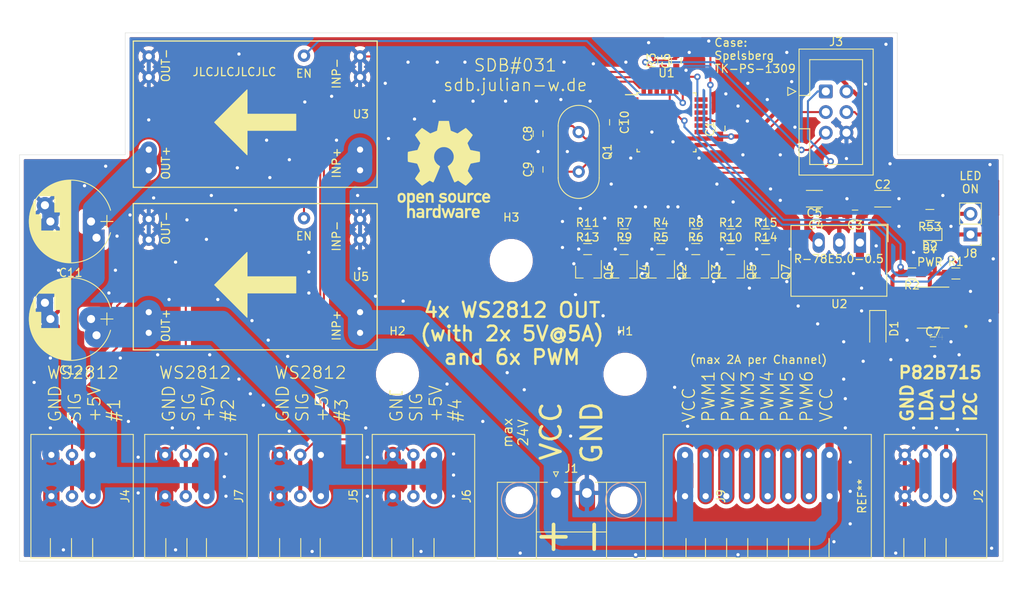
<source format=kicad_pcb>
(kicad_pcb (version 20171130) (host pcbnew "(5.1.9)-1")
  (layers (0 F.Cu signal) (31 B.Cu signal) (34 B.Paste user) (35 F.Paste user) (36 B.SilkS user) (37 F.SilkS user) (38 B.Mask user) (39 F.Mask user) (44 Edge.Cuts user))
  (net 0 "")
  (net 1 GND)
  (net 2 +5V)
  (net 3 "Net-(C2-Pad1)")
  (net 4 +12V)
  (net 5 "Net-(J2-Pad2)")
  (net 6 "Net-(J2-Pad1)")
  (net 7 SCL)
  (net 8 SDA)
  (net 9 "Net-(D2-Pad2)")
  (net 10 "Net-(J8-Pad2)")
  (net 11 RST)
  (net 12 "Net-(C8-Pad2)")
  (net 13 "Net-(C9-Pad1)")
  (net 14 MOSI)
  (net 15 SCK)
  (net 16 MISO)
  (net 17 WS2812_SIG1)
  (net 18 WS2812_SIG3)
  (net 19 WS2812_SIG4)
  (net 20 WS2812_SIG2)
  (net 21 "Net-(J9-Pad6)")
  (net 22 "Net-(J9-Pad5)")
  (net 23 "Net-(J9-Pad4)")
  (net 24 "Net-(J9-Pad3)")
  (net 25 "Net-(J9-Pad2)")
  (net 26 "Net-(J9-Pad7)")
  (net 27 "Net-(Q2-Pad1)")
  (net 28 "Net-(Q3-Pad1)")
  (net 29 "Net-(Q4-Pad1)")
  (net 30 "Net-(Q5-Pad1)")
  (net 31 "Net-(Q6-Pad1)")
  (net 32 "Net-(Q7-Pad1)")
  (net 33 PWM1)
  (net 34 PWM2)
  (net 35 PWM4)
  (net 36 PWM3)
  (net 37 PWM5)
  (net 38 PWM6)
  (net 39 WS2812_PWR1)
  (net 40 WS2812_PWR2)
  (net 41 "Net-(C11-Pad1)")
  (net 42 "Net-(C12-Pad1)")
  (module Capacitors_ThroughHole:CP_Radial_D10.0mm_P5.00mm_P7.50mm (layer F.Cu) (at 25.8 55.2 180)
    (fp_text reference C12 (at 2.5 -6.31) (layer F.SilkS))
    (fp_text value CP)
    (pad 1 thru_hole rect (at 0 0 180) (size 2 2) (drill 1) (layers *.Cu *.Mask) (net 42 "Net-(C12-Pad1)"))
    (pad 2 thru_hole circle (at 5 0 180) (size 2 2) (drill 1) (layers *.Cu *.Mask) (net 1 GND))
    (pad 1 thru_hole rect (at -0.672144 -2 180) (size 2 2) (drill 1) (layers *.Cu *.Mask) (net 42 "Net-(C12-Pad1)"))
    (pad 2 thru_hole circle (at 5.672144 2 180) (size 2 2) (drill 1) (layers *.Cu *.Mask) (net 1 GND))
  )
  (module Capacitors_ThroughHole:CP_Radial_D10.0mm_P5.00mm_P7.50mm (layer F.Cu) (at 25.8 43.2 180)
    (fp_text reference C11 (at 2.5 -6.31) (layer F.SilkS))
    (fp_text value CP)
    (pad 1 thru_hole rect (at 0 0 180) (size 2 2) (drill 1) (layers *.Cu *.Mask) (net 41 "Net-(C11-Pad1)"))
    (pad 2 thru_hole circle (at 5 0 180) (size 2 2) (drill 1) (layers *.Cu *.Mask) (net 1 GND))
    (pad 1 thru_hole rect (at -0.672144 -2 180) (size 2 2) (drill 1) (layers *.Cu *.Mask) (net 41 "Net-(C11-Pad1)"))
    (pad 2 thru_hole circle (at 5.672144 2 180) (size 2 2) (drill 1) (layers *.Cu *.Mask) (net 1 GND))
  )
  (module Resistors_SMD:R_0603_HandSoldering (layer F.Cu) (at 129 42.4 180)
    (fp_text reference R53 (at 0 -1.45) (layer F.SilkS))
    (fp_text value 1k)
    (pad 1 smd rect (at -1.1 0 180) (size 1.2 0.9) (layers F.Cu F.Paste F.Mask) (net 10 "Net-(J8-Pad2)"))
    (pad 2 smd rect (at 1.1 0 180) (size 1.2 0.9) (layers F.Cu F.Paste F.Mask) (net 9 "Net-(D2-Pad2)"))
  )
  (module Resistors_SMD:R_0603_HandSoldering (layer F.Cu) (at 108.8 44.8)
    (fp_text reference R15 (at 0 -1.45) (layer F.SilkS))
    (fp_text value 100)
    (pad 1 smd rect (at -1.1 0) (size 1.2 0.9) (layers F.Cu F.Paste F.Mask) (net 38 PWM6))
    (pad 2 smd rect (at 1.1 0) (size 1.2 0.9) (layers F.Cu F.Paste F.Mask) (net 32 "Net-(Q7-Pad1)"))
  )
  (module Resistors_SMD:R_0603_HandSoldering (layer F.Cu) (at 108.8 46.6)
    (fp_text reference R14 (at 0 -1.45) (layer F.SilkS))
    (fp_text value 10k)
    (pad 1 smd rect (at -1.1 0) (size 1.2 0.9) (layers F.Cu F.Paste F.Mask) (net 1 GND))
    (pad 2 smd rect (at 1.1 0) (size 1.2 0.9) (layers F.Cu F.Paste F.Mask) (net 32 "Net-(Q7-Pad1)"))
  )
  (module Resistors_SMD:R_0603_HandSoldering (layer F.Cu) (at 86.9 46.6)
    (fp_text reference R13 (at 0 -1.45) (layer F.SilkS))
    (fp_text value 10k)
    (pad 1 smd rect (at -1.1 0) (size 1.2 0.9) (layers F.Cu F.Paste F.Mask) (net 1 GND))
    (pad 2 smd rect (at 1.1 0) (size 1.2 0.9) (layers F.Cu F.Paste F.Mask) (net 31 "Net-(Q6-Pad1)"))
  )
  (module Resistors_SMD:R_0603_HandSoldering (layer F.Cu) (at 104.5 44.8)
    (fp_text reference R12 (at 0 -1.45) (layer F.SilkS))
    (fp_text value 100)
    (pad 1 smd rect (at -1.1 0) (size 1.2 0.9) (layers F.Cu F.Paste F.Mask) (net 37 PWM5))
    (pad 2 smd rect (at 1.1 0) (size 1.2 0.9) (layers F.Cu F.Paste F.Mask) (net 30 "Net-(Q5-Pad1)"))
  )
  (module Resistors_SMD:R_0603_HandSoldering (layer F.Cu) (at 86.9 44.8)
    (fp_text reference R11 (at 0 -1.45) (layer F.SilkS))
    (fp_text value 100)
    (pad 1 smd rect (at -1.1 0) (size 1.2 0.9) (layers F.Cu F.Paste F.Mask) (net 36 PWM3))
    (pad 2 smd rect (at 1.1 0) (size 1.2 0.9) (layers F.Cu F.Paste F.Mask) (net 31 "Net-(Q6-Pad1)"))
  )
  (module Resistors_SMD:R_0603_HandSoldering (layer F.Cu) (at 104.5 46.6)
    (fp_text reference R10 (at 0 -1.45) (layer F.SilkS))
    (fp_text value 10k)
    (pad 1 smd rect (at -1.1 0) (size 1.2 0.9) (layers F.Cu F.Paste F.Mask) (net 1 GND))
    (pad 2 smd rect (at 1.1 0) (size 1.2 0.9) (layers F.Cu F.Paste F.Mask) (net 30 "Net-(Q5-Pad1)"))
  )
  (module Resistors_SMD:R_0603_HandSoldering (layer F.Cu) (at 91.4 46.6)
    (fp_text reference R9 (at 0 -1.45) (layer F.SilkS))
    (fp_text value 10k)
    (pad 1 smd rect (at -1.1 0) (size 1.2 0.9) (layers F.Cu F.Paste F.Mask) (net 1 GND))
    (pad 2 smd rect (at 1.1 0) (size 1.2 0.9) (layers F.Cu F.Paste F.Mask) (net 29 "Net-(Q4-Pad1)"))
  )
  (module Resistors_SMD:R_0603_HandSoldering (layer F.Cu) (at 100.2 44.8)
    (fp_text reference R8 (at 0 -1.45) (layer F.SilkS))
    (fp_text value 100)
    (pad 1 smd rect (at -1.1 0) (size 1.2 0.9) (layers F.Cu F.Paste F.Mask) (net 35 PWM4))
    (pad 2 smd rect (at 1.1 0) (size 1.2 0.9) (layers F.Cu F.Paste F.Mask) (net 28 "Net-(Q3-Pad1)"))
  )
  (module Resistors_SMD:R_0603_HandSoldering (layer F.Cu) (at 91.4 44.8)
    (fp_text reference R7 (at 0 -1.45) (layer F.SilkS))
    (fp_text value 100)
    (pad 1 smd rect (at -1.1 0) (size 1.2 0.9) (layers F.Cu F.Paste F.Mask) (net 34 PWM2))
    (pad 2 smd rect (at 1.1 0) (size 1.2 0.9) (layers F.Cu F.Paste F.Mask) (net 29 "Net-(Q4-Pad1)"))
  )
  (module Resistors_SMD:R_0603_HandSoldering (layer F.Cu) (at 100.2 46.6)
    (fp_text reference R6 (at 0 -1.45) (layer F.SilkS))
    (fp_text value 10k)
    (pad 1 smd rect (at -1.1 0) (size 1.2 0.9) (layers F.Cu F.Paste F.Mask) (net 1 GND))
    (pad 2 smd rect (at 1.1 0) (size 1.2 0.9) (layers F.Cu F.Paste F.Mask) (net 28 "Net-(Q3-Pad1)"))
  )
  (module Resistors_SMD:R_0603_HandSoldering (layer F.Cu) (at 95.9 46.6)
    (fp_text reference R5 (at 0 -1.45) (layer F.SilkS))
    (fp_text value 10k)
    (pad 1 smd rect (at -1.1 0) (size 1.2 0.9) (layers F.Cu F.Paste F.Mask) (net 1 GND))
    (pad 2 smd rect (at 1.1 0) (size 1.2 0.9) (layers F.Cu F.Paste F.Mask) (net 27 "Net-(Q2-Pad1)"))
  )
  (module Resistors_SMD:R_0603_HandSoldering (layer F.Cu) (at 95.9 44.8)
    (fp_text reference R4 (at 0 -1.45) (layer F.SilkS))
    (fp_text value 100)
    (pad 1 smd rect (at -1.1 0) (size 1.2 0.9) (layers F.Cu F.Paste F.Mask) (net 33 PWM1))
    (pad 2 smd rect (at 1.1 0) (size 1.2 0.9) (layers F.Cu F.Paste F.Mask) (net 27 "Net-(Q2-Pad1)"))
  )
  (module Resistors_SMD:R_0603_HandSoldering (layer F.Cu) (at 96.2 23.4 90)
    (fp_text reference R3 (at 0 -1.45 90) (layer F.SilkS))
    (fp_text value 10k)
    (pad 1 smd rect (at -1.1 0 90) (size 1.2 0.9) (layers F.Cu F.Paste F.Mask) (net 11 RST))
    (pad 2 smd rect (at 1.1 0 90) (size 1.2 0.9) (layers F.Cu F.Paste F.Mask) (net 2 +5V))
  )
  (module Resistors_SMD:R_0603_HandSoldering (layer F.Cu) (at 126.8 49.6 180)
    (fp_text reference R2 (at 0 -1.45) (layer F.SilkS))
    (fp_text value 4.7k)
    (pad 1 smd rect (at -1.1 0 180) (size 1.2 0.9) (layers F.Cu F.Paste F.Mask) (net 2 +5V))
    (pad 2 smd rect (at 1.1 0 180) (size 1.2 0.9) (layers F.Cu F.Paste F.Mask) (net 8 SDA))
  )
  (module Resistors_SMD:R_0603_HandSoldering (layer F.Cu) (at 132.2 49.6)
    (fp_text reference R1 (at 0 -1.45) (layer F.SilkS))
    (fp_text value 4.7k)
    (pad 1 smd rect (at -1.1 0) (size 1.2 0.9) (layers F.Cu F.Paste F.Mask) (net 2 +5V))
    (pad 2 smd rect (at 1.1 0) (size 1.2 0.9) (layers F.Cu F.Paste F.Mask) (net 7 SCL))
  )
  (module Package_TO_SOT_SMD:SOT-23 (layer F.Cu) (at 108.8 49.4 270)
    (fp_text reference Q7 (at 0 -2.5 90) (layer F.SilkS))
    (fp_text value IRLML6344)
    (pad 3 smd rect (at 1 0 270) (size 0.9 0.8) (layers F.Cu F.Paste F.Mask) (net 25 "Net-(J9-Pad2)"))
    (pad 2 smd rect (at -1 0.95 270) (size 0.9 0.8) (layers F.Cu F.Paste F.Mask) (net 1 GND))
    (pad 1 smd rect (at -1 -0.95 270) (size 0.9 0.8) (layers F.Cu F.Paste F.Mask) (net 32 "Net-(Q7-Pad1)"))
  )
  (module Package_TO_SOT_SMD:SOT-23 (layer F.Cu) (at 87 49.4 270)
    (fp_text reference Q6 (at 0 -2.5 90) (layer F.SilkS))
    (fp_text value IRLML6344)
    (pad 3 smd rect (at 1 0 270) (size 0.9 0.8) (layers F.Cu F.Paste F.Mask) (net 26 "Net-(J9-Pad7)"))
    (pad 2 smd rect (at -1 0.95 270) (size 0.9 0.8) (layers F.Cu F.Paste F.Mask) (net 1 GND))
    (pad 1 smd rect (at -1 -0.95 270) (size 0.9 0.8) (layers F.Cu F.Paste F.Mask) (net 31 "Net-(Q6-Pad1)"))
  )
  (module Package_TO_SOT_SMD:SOT-23 (layer F.Cu) (at 104.6 49.4 270)
    (fp_text reference Q5 (at 0 -2.5 90) (layer F.SilkS))
    (fp_text value IRLML6344)
    (pad 3 smd rect (at 1 0 270) (size 0.9 0.8) (layers F.Cu F.Paste F.Mask) (net 24 "Net-(J9-Pad3)"))
    (pad 2 smd rect (at -1 0.95 270) (size 0.9 0.8) (layers F.Cu F.Paste F.Mask) (net 1 GND))
    (pad 1 smd rect (at -1 -0.95 270) (size 0.9 0.8) (layers F.Cu F.Paste F.Mask) (net 30 "Net-(Q5-Pad1)"))
  )
  (module Package_TO_SOT_SMD:SOT-23 (layer F.Cu) (at 91.4 49.4 270)
    (fp_text reference Q4 (at 0 -2.5 90) (layer F.SilkS))
    (fp_text value IRLML6344)
    (pad 3 smd rect (at 1 0 270) (size 0.9 0.8) (layers F.Cu F.Paste F.Mask) (net 21 "Net-(J9-Pad6)"))
    (pad 2 smd rect (at -1 0.95 270) (size 0.9 0.8) (layers F.Cu F.Paste F.Mask) (net 1 GND))
    (pad 1 smd rect (at -1 -0.95 270) (size 0.9 0.8) (layers F.Cu F.Paste F.Mask) (net 29 "Net-(Q4-Pad1)"))
  )
  (module Package_TO_SOT_SMD:SOT-23 (layer F.Cu) (at 100.2 49.4 270)
    (fp_text reference Q3 (at 0 -2.5 90) (layer F.SilkS))
    (fp_text value IRLML6344)
    (pad 3 smd rect (at 1 0 270) (size 0.9 0.8) (layers F.Cu F.Paste F.Mask) (net 23 "Net-(J9-Pad4)"))
    (pad 2 smd rect (at -1 0.95 270) (size 0.9 0.8) (layers F.Cu F.Paste F.Mask) (net 1 GND))
    (pad 1 smd rect (at -1 -0.95 270) (size 0.9 0.8) (layers F.Cu F.Paste F.Mask) (net 28 "Net-(Q3-Pad1)"))
  )
  (module Package_TO_SOT_SMD:SOT-23 (layer F.Cu) (at 96 49.4 270)
    (fp_text reference Q2 (at 0 -2.5 90) (layer F.SilkS))
    (fp_text value IRLML6344)
    (pad 3 smd rect (at 1 0 270) (size 0.9 0.8) (layers F.Cu F.Paste F.Mask) (net 22 "Net-(J9-Pad5)"))
    (pad 2 smd rect (at -1 0.95 270) (size 0.9 0.8) (layers F.Cu F.Paste F.Mask) (net 1 GND))
    (pad 1 smd rect (at -1 -0.95 270) (size 0.9 0.8) (layers F.Cu F.Paste F.Mask) (net 27 "Net-(Q2-Pad1)"))
  )
  (module Capacitors_SMD:C_0603_HandSoldering (layer F.Cu) (at 90.2 31 270)
    (fp_text reference C10 (at 0 -1.25 90) (layer F.SilkS))
    (fp_text value 100n)
    (pad 1 smd rect (at -0.95 0 270) (size 1.2 0.75) (layers F.Cu F.Paste F.Mask) (net 2 +5V))
    (pad 2 smd rect (at 0.95 0 270) (size 1.2 0.75) (layers F.Cu F.Paste F.Mask) (net 1 GND))
  )
  (module Capacitors_SMD:C_0603_HandSoldering (layer F.Cu) (at 80.8 36.8 90)
    (fp_text reference C9 (at 0 -1.25 90) (layer F.SilkS))
    (fp_text value 22p)
    (pad 1 smd rect (at -0.95 0 90) (size 1.2 0.75) (layers F.Cu F.Paste F.Mask) (net 13 "Net-(C9-Pad1)"))
    (pad 2 smd rect (at 0.95 0 90) (size 1.2 0.75) (layers F.Cu F.Paste F.Mask) (net 1 GND))
  )
  (module Capacitors_SMD:C_0603_HandSoldering (layer F.Cu) (at 80.8 32.4 90)
    (fp_text reference C8 (at 0 -1.25 90) (layer F.SilkS))
    (fp_text value 22p)
    (pad 1 smd rect (at -0.95 0 90) (size 1.2 0.75) (layers F.Cu F.Paste F.Mask) (net 1 GND))
    (pad 2 smd rect (at 0.95 0 90) (size 1.2 0.75) (layers F.Cu F.Paste F.Mask) (net 12 "Net-(C8-Pad2)"))
  )
  (module Capacitors_SMD:C_0603_HandSoldering (layer F.Cu) (at 129.4 58)
    (fp_text reference C7 (at 0 -1.25) (layer F.SilkS))
    (fp_text value 100n)
    (pad 1 smd rect (at -0.95 0) (size 1.2 0.75) (layers F.Cu F.Paste F.Mask) (net 2 +5V))
    (pad 2 smd rect (at 0.95 0) (size 1.2 0.75) (layers F.Cu F.Paste F.Mask) (net 1 GND))
  )
  (module Capacitors_SMD:C_0603_HandSoldering (layer F.Cu) (at 97.8 23.45 90)
    (fp_text reference C6 (at 0 -1.25 90) (layer F.SilkS))
    (fp_text value 100n)
    (pad 1 smd rect (at -0.95 0 90) (size 1.2 0.75) (layers F.Cu F.Paste F.Mask) (net 11 RST))
    (pad 2 smd rect (at 0.95 0 90) (size 1.2 0.75) (layers F.Cu F.Paste F.Mask) (net 1 GND))
  )
  (module Capacitors_SMD:C_1206_HandSoldering (layer F.Cu) (at 114.8 40.4 180)
    (fp_text reference C5 (at 0 -1.75) (layer F.SilkS))
    (fp_text value 10u)
    (pad 1 smd rect (at -2 0 180) (size 2 1.6) (layers F.Cu F.Paste F.Mask) (net 1 GND))
    (pad 2 smd rect (at 2 0 180) (size 2 1.6) (layers F.Cu F.Paste F.Mask) (net 2 +5V))
  )
  (module Capacitors_SMD:C_0603_HandSoldering (layer F.Cu) (at 115 42.4 180)
    (fp_text reference C4 (at 0 -1.25) (layer F.SilkS))
    (fp_text value 100n)
    (pad 1 smd rect (at -0.95 0 180) (size 1.2 0.75) (layers F.Cu F.Paste F.Mask) (net 1 GND))
    (pad 2 smd rect (at 0.95 0 180) (size 1.2 0.75) (layers F.Cu F.Paste F.Mask) (net 2 +5V))
  )
  (module Capacitors_SMD:C_0603_HandSoldering (layer F.Cu) (at 119.8 42.4 180)
    (fp_text reference C3 (at 0 -1.25) (layer F.SilkS))
    (fp_text value 100n)
    (pad 1 smd rect (at -0.95 0 180) (size 1.2 0.75) (layers F.Cu F.Paste F.Mask) (net 3 "Net-(C2-Pad1)"))
    (pad 2 smd rect (at 0.95 0 180) (size 1.2 0.75) (layers F.Cu F.Paste F.Mask) (net 1 GND))
  )
  (module Capacitors_SMD:C_1206_HandSoldering (layer F.Cu) (at 123.2 40.4)
    (fp_text reference C2 (at 0 -1.75) (layer F.SilkS))
    (fp_text value 10u)
    (pad 1 smd rect (at -2 0) (size 2 1.6) (layers F.Cu F.Paste F.Mask) (net 3 "Net-(C2-Pad1)"))
    (pad 2 smd rect (at 2 0) (size 2 1.6) (layers F.Cu F.Paste F.Mask) (net 1 GND))
  )
  (module Capacitors_SMD:C_0603_HandSoldering (layer F.Cu) (at 103.2 31.8 90)
    (fp_text reference C1 (at 0 -1.25 90) (layer F.SilkS))
    (fp_text value 100n)
    (pad 1 smd rect (at -0.95 0 90) (size 1.2 0.75) (layers F.Cu F.Paste F.Mask) (net 2 +5V))
    (pad 2 smd rect (at 0.95 0 90) (size 1.2 0.75) (layers F.Cu F.Paste F.Mask) (net 1 GND))
  )
  (module P-250-402:8x2.54SpringClamp (layer F.Cu) (at 93.8 77 90)
    (fp_text reference J9 (at 0 9.5 90) (layer F.SilkS))
    (fp_text value Conn_01x08)
    (fp_text user REF** (at 0 26.86 90) (layer F.SilkS))
    (pad 8 thru_hole circle (at 5.08 5.08 90) (size 1.524 1.524) (drill 0.762) (layers *.Cu *.Mask) (net 4 +12V))
    (pad 8 thru_hole circle (at 0 5.08 90) (size 1.524 1.524) (drill 0.762) (layers *.Cu *.Mask) (net 4 +12V))
    (pad 7 thru_hole circle (at 5.08 7.62 90) (size 1.524 1.524) (drill 0.762) (layers *.Cu *.Mask) (net 26 "Net-(J9-Pad7)"))
    (pad 7 thru_hole circle (at 0 7.62 90) (size 1.524 1.524) (drill 0.762) (layers *.Cu *.Mask) (net 26 "Net-(J9-Pad7)"))
    (pad 1 thru_hole circle (at 0 22.86 90) (size 1.524 1.524) (drill 0.762) (layers *.Cu *.Mask) (net 4 +12V))
    (pad 3 thru_hole circle (at 0 17.78 90) (size 1.524 1.524) (drill 0.762) (layers *.Cu *.Mask) (net 24 "Net-(J9-Pad3)"))
    (pad 1 thru_hole circle (at 5.08 22.86 90) (size 1.524 1.524) (drill 0.762) (layers *.Cu *.Mask) (net 4 +12V))
    (pad 2 thru_hole circle (at 0 20.32 90) (size 1.524 1.524) (drill 0.762) (layers *.Cu *.Mask) (net 25 "Net-(J9-Pad2)"))
    (pad 3 thru_hole circle (at 5.08 17.78 90) (size 1.524 1.524) (drill 0.762) (layers *.Cu *.Mask) (net 24 "Net-(J9-Pad3)"))
    (pad 2 thru_hole circle (at 5.08 20.32 90) (size 1.524 1.524) (drill 0.762) (layers *.Cu *.Mask) (net 25 "Net-(J9-Pad2)"))
    (pad 4 thru_hole circle (at 0 15.24 90) (size 1.524 1.524) (drill 0.762) (layers *.Cu *.Mask) (net 23 "Net-(J9-Pad4)"))
    (pad 4 thru_hole circle (at 5.08 15.24 180) (size 1.524 1.524) (drill 0.762) (layers *.Cu *.Mask) (net 23 "Net-(J9-Pad4)"))
    (pad 5 thru_hole circle (at 0 12.7 90) (size 1.524 1.524) (drill 0.762) (layers *.Cu *.Mask) (net 22 "Net-(J9-Pad5)"))
    (pad 6 thru_hole circle (at 5.08 10.16 90) (size 1.524 1.524) (drill 0.762) (layers *.Cu *.Mask) (net 21 "Net-(J9-Pad6)"))
    (pad 5 thru_hole circle (at 5.08 12.7 90) (size 1.524 1.524) (drill 0.762) (layers *.Cu *.Mask) (net 22 "Net-(J9-Pad5)"))
    (pad 6 thru_hole circle (at 0 10.16 90) (size 1.524 1.524) (drill 0.762) (layers *.Cu *.Mask) (net 21 "Net-(J9-Pad6)"))
  )
  (module 1043:5V5A (layer F.Cu) (at 61 41 180)
    (fp_text reference U5 (at 2 -9) (layer F.SilkS))
    (fp_text value 5V5A)
    (fp_text user OUT- (at 26 -3 90) (layer F.SilkS))
    (fp_text user OUT+ (at 26 -15 90) (layer F.SilkS))
    (fp_text user INP- (at 5 -4 90) (layer F.SilkS))
    (fp_text user INP+ (at 5 -15 90) (layer F.SilkS))
    (fp_text user EN (at 9 -4) (layer F.SilkS))
    (pad 5 thru_hole circle (at 9 -1.8 180) (size 1.524 1.524) (drill 0.762) (layers *.Cu *.Mask) (net 40 WS2812_PWR2))
    (pad 3 thru_hole circle (at 28.1 -15.9 180) (size 1.524 1.524) (drill 0.762) (layers *.Cu *.Mask) (net 42 "Net-(C12-Pad1)"))
    (pad 3 thru_hole circle (at 28.1 -13.36 180) (size 1.524 1.524) (drill 0.762) (layers *.Cu *.Mask) (net 42 "Net-(C12-Pad1)"))
    (pad 4 thru_hole circle (at 28.1 -4.44 180) (size 1.524 1.524) (drill 0.762) (layers *.Cu *.Mask) (net 1 GND))
    (pad 4 thru_hole circle (at 28.1 -1.9 180) (size 1.524 1.524) (drill 0.762) (layers *.Cu *.Mask) (net 1 GND))
    (pad 1 thru_hole circle (at 2.1 -15.9 180) (size 1.524 1.524) (drill 0.762) (layers *.Cu *.Mask) (net 4 +12V))
    (pad 1 thru_hole circle (at 2.1 -13.36 180) (size 1.524 1.524) (drill 0.762) (layers *.Cu *.Mask) (net 4 +12V))
    (pad 2 thru_hole circle (at 2.1 -4.44 180) (size 1.524 1.524) (drill 0.762) (layers *.Cu *.Mask) (net 1 GND))
    (pad 2 thru_hole circle (at 2.1 -1.9 180) (size 1.524 1.524) (drill 0.762) (layers *.Cu *.Mask) (net 1 GND))
  )
  (module P-250-402:3x2.54SpringClamp (layer F.Cu) (at 40 77 90)
    (fp_text reference J7 (at 0 4 90) (layer F.SilkS))
    (fp_text value Conn_01x03)
    (pad 3 thru_hole circle (at 5.08 -5.08 90) (size 1.524 1.524) (drill 0.762) (layers *.Cu *.Mask) (net 1 GND))
    (pad 3 thru_hole circle (at 0 -5.08 90) (size 1.524 1.524) (drill 0.762) (layers *.Cu *.Mask) (net 1 GND))
    (pad 2 thru_hole circle (at 5.08 -2.54 90) (size 1.524 1.524) (drill 0.762) (layers *.Cu *.Mask) (net 20 WS2812_SIG2))
    (pad 2 thru_hole circle (at 0 -2.54 90) (size 1.524 1.524) (drill 0.762) (layers *.Cu *.Mask) (net 20 WS2812_SIG2))
    (pad 1 thru_hole circle (at 5.08 0 90) (size 1.524 1.524) (drill 0.762) (layers *.Cu *.Mask) (net 41 "Net-(C11-Pad1)"))
    (pad 1 thru_hole circle (at 0 0 90) (size 1.524 1.524) (drill 0.762) (layers *.Cu *.Mask) (net 41 "Net-(C11-Pad1)"))
  )
  (module P-250-402:3x2.54SpringClamp (layer F.Cu) (at 68 77 90)
    (fp_text reference J6 (at 0 4 90) (layer F.SilkS))
    (fp_text value Conn_01x03)
    (pad 3 thru_hole circle (at 5.08 -5.08 90) (size 1.524 1.524) (drill 0.762) (layers *.Cu *.Mask) (net 1 GND))
    (pad 3 thru_hole circle (at 0 -5.08 90) (size 1.524 1.524) (drill 0.762) (layers *.Cu *.Mask) (net 1 GND))
    (pad 2 thru_hole circle (at 5.08 -2.54 90) (size 1.524 1.524) (drill 0.762) (layers *.Cu *.Mask) (net 19 WS2812_SIG4))
    (pad 2 thru_hole circle (at 0 -2.54 90) (size 1.524 1.524) (drill 0.762) (layers *.Cu *.Mask) (net 19 WS2812_SIG4))
    (pad 1 thru_hole circle (at 5.08 0 90) (size 1.524 1.524) (drill 0.762) (layers *.Cu *.Mask) (net 42 "Net-(C12-Pad1)"))
    (pad 1 thru_hole circle (at 0 0 90) (size 1.524 1.524) (drill 0.762) (layers *.Cu *.Mask) (net 42 "Net-(C12-Pad1)"))
  )
  (module P-250-402:3x2.54SpringClamp (layer F.Cu) (at 54.08 77 90)
    (fp_text reference J5 (at 0 4 90) (layer F.SilkS))
    (fp_text value Conn_01x03)
    (pad 3 thru_hole circle (at 5.08 -5.08 90) (size 1.524 1.524) (drill 0.762) (layers *.Cu *.Mask) (net 1 GND))
    (pad 3 thru_hole circle (at 0 -5.08 90) (size 1.524 1.524) (drill 0.762) (layers *.Cu *.Mask) (net 1 GND))
    (pad 2 thru_hole circle (at 5.08 -2.54 90) (size 1.524 1.524) (drill 0.762) (layers *.Cu *.Mask) (net 18 WS2812_SIG3))
    (pad 2 thru_hole circle (at 0 -2.54 90) (size 1.524 1.524) (drill 0.762) (layers *.Cu *.Mask) (net 18 WS2812_SIG3))
    (pad 1 thru_hole circle (at 5.08 0 90) (size 1.524 1.524) (drill 0.762) (layers *.Cu *.Mask) (net 42 "Net-(C12-Pad1)"))
    (pad 1 thru_hole circle (at 0 0 90) (size 1.524 1.524) (drill 0.762) (layers *.Cu *.Mask) (net 42 "Net-(C12-Pad1)"))
  )
  (module 1043:5V5A (layer F.Cu) (at 61 21 180)
    (fp_text reference U3 (at 2 -9) (layer F.SilkS))
    (fp_text value 5V5A)
    (fp_text user OUT- (at 26 -3 90) (layer F.SilkS))
    (fp_text user OUT+ (at 26 -15 90) (layer F.SilkS))
    (fp_text user INP- (at 5 -4 90) (layer F.SilkS))
    (fp_text user INP+ (at 5 -15 90) (layer F.SilkS))
    (fp_text user EN (at 9 -4) (layer F.SilkS))
    (pad 5 thru_hole circle (at 9 -1.8 180) (size 1.524 1.524) (drill 0.762) (layers *.Cu *.Mask) (net 39 WS2812_PWR1))
    (pad 3 thru_hole circle (at 28.1 -15.9 180) (size 1.524 1.524) (drill 0.762) (layers *.Cu *.Mask) (net 41 "Net-(C11-Pad1)"))
    (pad 3 thru_hole circle (at 28.1 -13.36 180) (size 1.524 1.524) (drill 0.762) (layers *.Cu *.Mask) (net 41 "Net-(C11-Pad1)"))
    (pad 4 thru_hole circle (at 28.1 -4.44 180) (size 1.524 1.524) (drill 0.762) (layers *.Cu *.Mask) (net 1 GND))
    (pad 4 thru_hole circle (at 28.1 -1.9 180) (size 1.524 1.524) (drill 0.762) (layers *.Cu *.Mask) (net 1 GND))
    (pad 1 thru_hole circle (at 2.1 -15.9 180) (size 1.524 1.524) (drill 0.762) (layers *.Cu *.Mask) (net 4 +12V))
    (pad 1 thru_hole circle (at 2.1 -13.36 180) (size 1.524 1.524) (drill 0.762) (layers *.Cu *.Mask) (net 4 +12V))
    (pad 2 thru_hole circle (at 2.1 -4.44 180) (size 1.524 1.524) (drill 0.762) (layers *.Cu *.Mask) (net 1 GND))
    (pad 2 thru_hole circle (at 2.1 -1.9 180) (size 1.524 1.524) (drill 0.762) (layers *.Cu *.Mask) (net 1 GND))
  )
  (module Package_QFP:TQFP-32_7x7mm_P0.8mm (layer F.Cu) (at 96.6 31)
    (fp_text reference U1 (at 0 -6.05) (layer F.SilkS))
    (fp_text value ATmega328PB-AU)
    (pad 32 smd rect (at -2.8 -4.25 90) (size 1.6 0.55) (layers F.Cu F.Paste F.Mask) (net 40 WS2812_PWR2))
    (pad 31 smd rect (at -2 -4.25 90) (size 1.6 0.55) (layers F.Cu F.Paste F.Mask) (net 20 WS2812_SIG2))
    (pad 30 smd rect (at -1.2 -4.25 90) (size 1.6 0.55) (layers F.Cu F.Paste F.Mask) (net 17 WS2812_SIG1))
    (pad 29 smd rect (at -0.4 -4.25 90) (size 1.6 0.55) (layers F.Cu F.Paste F.Mask) (net 11 RST))
    (pad 28 smd rect (at 0.4 -4.25 90) (size 1.6 0.55) (layers F.Cu F.Paste F.Mask) (net 7 SCL))
    (pad 27 smd rect (at 1.2 -4.25 90) (size 1.6 0.55) (layers F.Cu F.Paste F.Mask) (net 8 SDA))
    (pad 26 smd rect (at 2 -4.25 90) (size 1.6 0.55) (layers F.Cu F.Paste F.Mask) (net 39 WS2812_PWR1))
    (pad 25 smd rect (at 2.8 -4.25 90) (size 1.6 0.55) (layers F.Cu F.Paste F.Mask))
    (pad 24 smd rect (at 4.25 -2.8) (size 1.6 0.55) (layers F.Cu F.Paste F.Mask))
    (pad 23 smd rect (at 4.25 -2) (size 1.6 0.55) (layers F.Cu F.Paste F.Mask))
    (pad 22 smd rect (at 4.25 -1.2) (size 1.6 0.55) (layers F.Cu F.Paste F.Mask))
    (pad 21 smd rect (at 4.25 -0.4) (size 1.6 0.55) (layers F.Cu F.Paste F.Mask) (net 1 GND))
    (pad 20 smd rect (at 4.25 0.4) (size 1.6 0.55) (layers F.Cu F.Paste F.Mask))
    (pad 19 smd rect (at 4.25 1.2) (size 1.6 0.55) (layers F.Cu F.Paste F.Mask))
    (pad 18 smd rect (at 4.25 2) (size 1.6 0.55) (layers F.Cu F.Paste F.Mask) (net 2 +5V))
    (pad 17 smd rect (at 4.25 2.8) (size 1.6 0.55) (layers F.Cu F.Paste F.Mask) (net 15 SCK))
    (pad 16 smd rect (at 2.8 4.25 90) (size 1.6 0.55) (layers F.Cu F.Paste F.Mask) (net 16 MISO))
    (pad 15 smd rect (at 2 4.25 90) (size 1.6 0.55) (layers F.Cu F.Paste F.Mask) (net 14 MOSI))
    (pad 14 smd rect (at 1.2 4.25 90) (size 1.6 0.55) (layers F.Cu F.Paste F.Mask) (net 38 PWM6))
    (pad 13 smd rect (at 0.4 4.25 90) (size 1.6 0.55) (layers F.Cu F.Paste F.Mask) (net 37 PWM5))
    (pad 12 smd rect (at -0.4 4.25 90) (size 1.6 0.55) (layers F.Cu F.Paste F.Mask) (net 35 PWM4))
    (pad 11 smd rect (at -1.2 4.25 90) (size 1.6 0.55) (layers F.Cu F.Paste F.Mask) (net 33 PWM1))
    (pad 10 smd rect (at -2 4.25 90) (size 1.6 0.55) (layers F.Cu F.Paste F.Mask) (net 34 PWM2))
    (pad 9 smd rect (at -2.8 4.25 90) (size 1.6 0.55) (layers F.Cu F.Paste F.Mask) (net 36 PWM3))
    (pad 8 smd rect (at -4.25 2.8) (size 1.6 0.55) (layers F.Cu F.Paste F.Mask) (net 13 "Net-(C9-Pad1)"))
    (pad 7 smd rect (at -4.25 2) (size 1.6 0.55) (layers F.Cu F.Paste F.Mask) (net 12 "Net-(C8-Pad2)"))
    (pad 6 smd rect (at -4.25 1.2) (size 1.6 0.55) (layers F.Cu F.Paste F.Mask))
    (pad 5 smd rect (at -4.25 0.4) (size 1.6 0.55) (layers F.Cu F.Paste F.Mask) (net 1 GND))
    (pad 4 smd rect (at -4.25 -0.4) (size 1.6 0.55) (layers F.Cu F.Paste F.Mask) (net 2 +5V))
    (pad 3 smd rect (at -4.25 -1.2) (size 1.6 0.55) (layers F.Cu F.Paste F.Mask))
    (pad 2 smd rect (at -4.25 -2) (size 1.6 0.55) (layers F.Cu F.Paste F.Mask) (net 19 WS2812_SIG4))
    (pad 1 smd rect (at -4.25 -2.8) (size 1.6 0.55) (layers F.Cu F.Paste F.Mask) (net 18 WS2812_SIG3))
  )
  (module Crystal:Crystal_HC49-4H_Vertical (layer F.Cu) (at 85.8 32.2 270)
    (fp_text reference Q1 (at 2.44 -3.525 90) (layer F.SilkS))
    (fp_text value 20MHz)
    (pad 2 thru_hole circle (at 4.88 0 270) (size 1.5 1.5) (drill 0.8) (layers *.Cu *.Mask) (net 13 "Net-(C9-Pad1)"))
    (pad 1 thru_hole circle (at 0 0 270) (size 1.5 1.5) (drill 0.8) (layers *.Cu *.Mask) (net 12 "Net-(C8-Pad2)"))
  )
  (module P-250-402:3x2.54SpringClamp (layer F.Cu) (at 26 77 90)
    (fp_text reference J4 (at 0 4 90) (layer F.SilkS))
    (fp_text value Conn_01x03)
    (pad 3 thru_hole circle (at 5.08 -5.08 90) (size 1.524 1.524) (drill 0.762) (layers *.Cu *.Mask) (net 1 GND))
    (pad 3 thru_hole circle (at 0 -5.08 90) (size 1.524 1.524) (drill 0.762) (layers *.Cu *.Mask) (net 1 GND))
    (pad 2 thru_hole circle (at 5.08 -2.54 90) (size 1.524 1.524) (drill 0.762) (layers *.Cu *.Mask) (net 17 WS2812_SIG1))
    (pad 2 thru_hole circle (at 0 -2.54 90) (size 1.524 1.524) (drill 0.762) (layers *.Cu *.Mask) (net 17 WS2812_SIG1))
    (pad 1 thru_hole circle (at 5.08 0 90) (size 1.524 1.524) (drill 0.762) (layers *.Cu *.Mask) (net 41 "Net-(C11-Pad1)"))
    (pad 1 thru_hole circle (at 0 0 90) (size 1.524 1.524) (drill 0.762) (layers *.Cu *.Mask) (net 41 "Net-(C11-Pad1)"))
  )
  (module Connector_IDC:IDC-Header_2x03_P2.54mm_Vertical (layer F.Cu) (at 116.2 27.2)
    (fp_text reference J3 (at 1.27 -6.1) (layer F.SilkS))
    (fp_text value AVR-ISP-6)
    (pad 6 thru_hole circle (at 2.54 5.08) (size 1.7 1.7) (drill 1) (layers *.Cu *.Mask) (net 1 GND))
    (pad 4 thru_hole circle (at 2.54 2.54) (size 1.7 1.7) (drill 1) (layers *.Cu *.Mask) (net 14 MOSI))
    (pad 2 thru_hole circle (at 2.54 0) (size 1.7 1.7) (drill 1) (layers *.Cu *.Mask) (net 2 +5V))
    (pad 5 thru_hole circle (at 0 5.08) (size 1.7 1.7) (drill 1) (layers *.Cu *.Mask) (net 11 RST))
    (pad 3 thru_hole circle (at 0 2.54) (size 1.7 1.7) (drill 1) (layers *.Cu *.Mask) (net 15 SCK))
    (pad 1 thru_hole roundrect (at 0 0) (size 1.7 1.7) (drill 1) (layers *.Cu *.Mask) (roundrect_rratio 0.1470588235294118) (net 16 MISO))
  )
  (module Connector_Phoenix_MC:PhoenixContact_MC_1,5_2-GF-3.81_1x02_P3.81mm_Horizontal_ThreadedFlange_MountHole (layer F.Cu) (at 83 76.6)
    (fp_text reference J1 (at 1.9 -3) (layer F.SilkS))
    (fp_text value Conn_01x02)
    (pad "" np_thru_hole circle (at 8.31 0.9) (size 2.4 2.4) (drill 2.4) (layers *.Cu *.Mask))
    (pad "" np_thru_hole circle (at -4.5 0.9) (size 2.4 2.4) (drill 2.4) (layers *.Cu *.Mask))
    (pad 2 thru_hole oval (at 3.81 0) (size 1.8 3.6) (drill 1.2) (layers *.Cu *.Mask) (net 1 GND))
    (pad 1 thru_hole roundrect (at 0 0) (size 1.8 3.6) (drill 1.2) (layers *.Cu *.Mask) (roundrect_rratio 0.1388888888888889) (net 4 +12V))
  )
  (module Connector_PinHeader_2.54mm:PinHeader_1x02_P2.54mm_Vertical (layer F.Cu) (at 134 44.8 180)
    (fp_text reference J8 (at 0 -2.33) (layer F.SilkS))
    (fp_text value Conn_01x02)
    (pad 2 thru_hole oval (at 0 2.54 180) (size 1.7 1.7) (drill 1) (layers *.Cu *.Mask) (net 10 "Net-(J8-Pad2)"))
    (pad 1 thru_hole rect (at 0 0 180) (size 1.7 1.7) (drill 1) (layers *.Cu *.Mask) (net 2 +5V))
  )
  (module LED_SMD:LED_0603_1608Metric (layer F.Cu) (at 129 44.8 180)
    (fp_text reference D2 (at 0 -1.43) (layer F.SilkS))
    (fp_text value LED)
    (pad 2 smd roundrect (at 0.7875 0 180) (size 0.875 0.95) (layers F.Cu F.Paste F.Mask) (net 9 "Net-(D2-Pad2)"))
    (pad 1 smd roundrect (at -0.7875 0 180) (size 0.875 0.95) (layers F.Cu F.Paste F.Mask) (net 1 GND))
  )
  (module footprints:SOIC127P599X175-8N (layer F.Cu) (at 129.4 53.8 180)
    (fp_text reference U4 (at -0.385 -3.537) (layer F.SilkS) (effects (font (thickness 0.015))))
    (fp_text value P82B715DR)
    (pad 8 smd rect (at 2.47 -1.905 180) (size 1.97 0.6) (layers F.Cu F.Paste F.Mask) (net 2 +5V))
    (pad 7 smd rect (at 2.47 -0.635 180) (size 1.97 0.6) (layers F.Cu F.Paste F.Mask) (net 5 "Net-(J2-Pad2)"))
    (pad 6 smd rect (at 2.47 0.635 180) (size 1.97 0.6) (layers F.Cu F.Paste F.Mask) (net 8 SDA))
    (pad 5 smd rect (at 2.47 1.905 180) (size 1.97 0.6) (layers F.Cu F.Paste F.Mask))
    (pad 4 smd rect (at -2.47 1.905 180) (size 1.97 0.6) (layers F.Cu F.Paste F.Mask) (net 1 GND))
    (pad 3 smd rect (at -2.47 0.635 180) (size 1.97 0.6) (layers F.Cu F.Paste F.Mask) (net 7 SCL))
    (pad 2 smd rect (at -2.47 -0.635 180) (size 1.97 0.6) (layers F.Cu F.Paste F.Mask) (net 6 "Net-(J2-Pad1)"))
    (pad 1 smd rect (at -2.47 -1.905 180) (size 1.97 0.6) (layers F.Cu F.Paste F.Mask))
  )
  (module Converters_DCDC_ACDC:DCDC-Conv_RECOM_R-78E-0.5 (layer F.Cu) (at 120.4 45.8 180)
    (fp_text reference U2 (at 2.54 -7.55) (layer F.SilkS))
    (fp_text value R-78E5.0-0.5)
    (pad 1 thru_hole rect (at 0 0 180) (size 1.5 2.5) (drill 1) (layers *.Cu *.Mask) (net 3 "Net-(C2-Pad1)"))
    (pad 2 thru_hole oval (at 2.54 0 180) (size 1.5 2.5) (drill 1) (layers *.Cu *.Mask) (net 1 GND))
    (pad 3 thru_hole oval (at 5.08 0 180) (size 1.5 2.5) (drill 1) (layers *.Cu *.Mask) (net 2 +5V))
  )
  (module Symbols:OSHW-Logo_11.4x12mm_SilkScreen (layer F.Cu) (at 69.2 36.8)
    (fp_text reference LOGO1 hide)
    (fp_text value OSHW-LOGOM hide)
  )
  (module P-250-402:3x2.54SpringClamp (layer F.Cu) (at 131 77 90)
    (fp_text reference J2 (at 0 4 90) (layer F.SilkS))
    (fp_text value Conn_01x03)
    (pad 3 thru_hole circle (at 5.08 -5.08 90) (size 1.524 1.524) (drill 0.762) (layers *.Cu *.Mask) (net 1 GND))
    (pad 3 thru_hole circle (at 0 -5.08 90) (size 1.524 1.524) (drill 0.762) (layers *.Cu *.Mask) (net 1 GND))
    (pad 2 thru_hole circle (at 5.08 -2.54 90) (size 1.524 1.524) (drill 0.762) (layers *.Cu *.Mask) (net 5 "Net-(J2-Pad2)"))
    (pad 2 thru_hole circle (at 0 -2.54 90) (size 1.524 1.524) (drill 0.762) (layers *.Cu *.Mask) (net 5 "Net-(J2-Pad2)"))
    (pad 1 thru_hole circle (at 5.08 0 90) (size 1.524 1.524) (drill 0.762) (layers *.Cu *.Mask) (net 6 "Net-(J2-Pad1)"))
    (pad 1 thru_hole circle (at 0 0 90) (size 1.524 1.524) (drill 0.762) (layers *.Cu *.Mask) (net 6 "Net-(J2-Pad1)"))
  )
  (module Mounting_Holes:MountingHole_4.3mm_M4 (layer F.Cu) (at 77.5 48)
    (fp_text reference H3 (at 0 -5.3) (layer F.SilkS))
    (fp_text value MountingHole)
    (pad 1 np_thru_hole circle (at 0 0) (size 4.3 4.3) (drill 4.3) (layers *.Cu *.Mask))
  )
  (module Mounting_Holes:MountingHole_4.3mm_M4 (layer F.Cu) (at 63.5 62)
    (fp_text reference H2 (at 0 -5.3) (layer F.SilkS))
    (fp_text value MountingHole)
    (pad 1 np_thru_hole circle (at 0 0) (size 4.3 4.3) (drill 4.3) (layers *.Cu *.Mask))
  )
  (module Mounting_Holes:MountingHole_4.3mm_M4 (layer F.Cu) (at 91.5 62)
    (fp_text reference H1 (at 0 -5.3) (layer F.SilkS))
    (fp_text value MountingHole)
    (pad 1 np_thru_hole circle (at 0 0) (size 4.3 4.3) (drill 4.3) (layers *.Cu *.Mask))
  )
  (module Diodes_SMD:D_SOD-123 (layer F.Cu) (at 122.6 56.4 270)
    (fp_text reference D1 (at 0 -2 90) (layer F.SilkS))
    (fp_text value D)
    (pad 1 smd rect (at -1.65 0 270) (size 0.9 1.2) (layers F.Cu F.Paste F.Mask) (net 3 "Net-(C2-Pad1)"))
    (pad 2 smd rect (at 1.65 0 270) (size 0.9 1.2) (layers F.Cu F.Paste F.Mask) (net 4 +12V))
  )
  (gr_text WS2812 (at 52.8 61.8) (layer F.SilkS) (effects (font (size 1.5 1.5))))
  (gr_text WS2812 (at 38.6 61.8) (layer F.SilkS) (effects (font (size 1.5 1.5))))
  (gr_text WS2812 (at 24.8 61.8) (layer F.SilkS) (effects (font (size 1.5 1.5))))
  (gr_text "(max 2A per Channel)" (at 99.4 60.2) (layer F.SilkS) (effects (font (size 1 1)) (justify left)))
  (gr_line (start 116.6 84.6) (end 116.6 82.2) (layer F.SilkS) (width 0.12))
  (gr_line (start 114.2 84.6) (end 114.2 82.2) (layer F.SilkS) (width 0.12))
  (gr_line (start 111.6 84.6) (end 111.6 82.2) (layer F.SilkS) (width 0.12))
  (gr_line (start 109 84.6) (end 109 82.2) (layer F.SilkS) (width 0.12))
  (gr_line (start 106.6 84.6) (end 106.6 82.2) (layer F.SilkS) (width 0.12))
  (gr_line (start 104 84.6) (end 104 82.2) (layer F.SilkS) (width 0.12))
  (gr_line (start 101.4 84.6) (end 101.4 82.2) (layer F.SilkS) (width 0.12))
  (gr_line (start 99 84.6) (end 99 82.2) (layer F.SilkS) (width 0.12))
  (gr_line (start 121.8 84.6) (end 96.2 84.6) (layer F.SilkS) (width 0.12))
  (gr_line (start 121.8 69.4) (end 121.8 84.6) (layer F.SilkS) (width 0.12))
  (gr_line (start 96.2 69.4) (end 121.8 69.4) (layer F.SilkS) (width 0.12))
  (gr_line (start 96.2 84.6) (end 96.2 69.4) (layer F.SilkS) (width 0.12))
  (gr_text "VCC\nPWM1\nPWM2\nPWM3\nPWM4\nPWM5\nPWM6\nVCC" (at 107.8 68 90) (layer F.SilkS) (effects (font (size 1.5 1.5)) (justify left)))
  (gr_text "max\n24V" (at 78 69.2 90) (layer F.SilkS) (effects (font (size 1.2 1.2))))
  (gr_line (start 68 84.6) (end 68 82.2) (layer F.SilkS) (width 0.12))
  (gr_line (start 65.4 84.6) (end 65.4 82.2) (layer F.SilkS) (width 0.12))
  (gr_line (start 62.8 84.6) (end 62.8 82.2) (layer F.SilkS) (width 0.12))
  (gr_line (start 60.4 84.6) (end 62.8 84.6) (layer F.SilkS) (width 0.12))
  (gr_line (start 73 84.6) (end 60.4 84.6) (layer F.SilkS) (width 0.12))
  (gr_line (start 73 69.4) (end 73 84.6) (layer F.SilkS) (width 0.12))
  (gr_line (start 60.4 69.4) (end 73 69.4) (layer F.SilkS) (width 0.12))
  (gr_line (start 60.4 84.6) (end 60.4 69.4) (layer F.SilkS) (width 0.12))
  (gr_line (start 54 84.6) (end 54 82.2) (layer F.SilkS) (width 0.12))
  (gr_line (start 51.6 84.6) (end 51.6 82.2) (layer F.SilkS) (width 0.12))
  (gr_line (start 49 84.6) (end 49 82.2) (layer F.SilkS) (width 0.12))
  (gr_line (start 46.4 69.4) (end 46.4 84.6) (layer F.SilkS) (width 0.12))
  (gr_line (start 59.2 69.4) (end 46.4 69.4) (layer F.SilkS) (width 0.12))
  (gr_line (start 59.2 84.6) (end 59.2 69.4) (layer F.SilkS) (width 0.12))
  (gr_line (start 46.4 84.6) (end 59.2 84.6) (layer F.SilkS) (width 0.12))
  (gr_line (start 40 84.6) (end 40 82.2) (layer F.SilkS) (width 0.12))
  (gr_line (start 37.6 84.6) (end 37.6 82.2) (layer F.SilkS) (width 0.12))
  (gr_line (start 35 84.6) (end 35 82.2) (layer F.SilkS) (width 0.12))
  (gr_line (start 45 84.6) (end 32.4 84.6) (layer F.SilkS) (width 0.12))
  (gr_line (start 45 69.4) (end 45 84.6) (layer F.SilkS) (width 0.12))
  (gr_line (start 32.4 69.4) (end 45 69.4) (layer F.SilkS) (width 0.12))
  (gr_line (start 32.4 84.6) (end 32.4 69.4) (layer F.SilkS) (width 0.12))
  (gr_line (start 26 84.6) (end 26 82.2) (layer F.SilkS) (width 0.12))
  (gr_line (start 23.4 84.6) (end 23.4 82.2) (layer F.SilkS) (width 0.12))
  (gr_line (start 20.8 84.6) (end 20.8 82.2) (layer F.SilkS) (width 0.12))
  (gr_line (start 18.4 69.4) (end 18.4 84.6) (layer F.SilkS) (width 0.12))
  (gr_line (start 31 69.4) (end 18.4 69.4) (layer F.SilkS) (width 0.12))
  (gr_line (start 31 84.6) (end 31 69.4) (layer F.SilkS) (width 0.12))
  (gr_line (start 18.4 84.6) (end 31 84.6) (layer F.SilkS) (width 0.12))
  (gr_text JLCJLCJLCJLC (at 38.2 24.8) (layer F.SilkS) (effects (font (size 1 1)) (justify left)))
  (gr_text "GND\nSIG\n+5V\n#4" (at 67 68 90) (layer F.SilkS) (effects (font (size 1.5 1.5)) (justify left)))
  (gr_text "GND\nSIG\n+5V\n#3" (at 53 68 90) (layer F.SilkS) (effects (font (size 1.5 1.5)) (justify left)))
  (gr_text "GND\nSIG\n+5V\n#2" (at 39 68 90) (layer F.SilkS) (effects (font (size 1.5 1.5)) (justify left)))
  (gr_text "GND\nSIG\n+5V\n#1" (at 25 68 90) (layer F.SilkS) (effects (font (size 1.5 1.5)) (justify left)))
  (gr_text "4x WS2812 OUT\n(with 2x 5V@5A)\nand 6x PWM" (at 77.6 57) (layer F.SilkS) (effects (font (size 1.8 1.8) (thickness 0.3))))
  (gr_line (start 136 84.6) (end 136 69.4) (layer F.SilkS) (width 0.12))
  (gr_line (start 123.4 84.6) (end 136 84.6) (layer F.SilkS) (width 0.12))
  (gr_line (start 123.4 69.4) (end 123.4 84.6) (layer F.SilkS) (width 0.12))
  (gr_line (start 136 69.4) (end 123.4 69.4) (layer F.SilkS) (width 0.12))
  (gr_line (start 128.4 84.4) (end 128.4 82.2) (layer F.SilkS) (width 0.12))
  (gr_line (start 125.8 84.6) (end 125.8 82.2) (layer F.SilkS) (width 0.12))
  (gr_line (start 128.4 84.4) (end 128.4 84.6) (layer F.SilkS) (width 0.12))
  (gr_line (start 131 84.6) (end 131 82.2) (layer F.SilkS) (width 0.12))
  (gr_text VCC (at 82.4 69 90) (layer F.SilkS) (effects (font (size 2.5 2.5) (thickness 0.35))))
  (gr_text GND (at 87.4 69.2 90) (layer F.SilkS) (effects (font (size 2.5 2.5) (thickness 0.35))))
  (gr_text + (at 82.4 82 90) (layer F.SilkS) (effects (font (size 4 4) (thickness 0.45))))
  (gr_text - (at 87.4 82 90) (layer F.SilkS) (effects (font (size 4 4) (thickness 0.45))))
  (gr_text "LED\nON" (at 134 38.4) (layer F.SilkS) (effects (font (size 1 1))))
  (gr_text "5V\nPWR" (at 129 47.4) (layer F.SilkS) (effects (font (size 1 1))))
  (gr_text R-78E5.0-0.5 (at 117.8 47.8) (layer F.SilkS) (effects (font (size 1 1))))
  (gr_text "Case: \nSpelsberg \nTK-PS-1309" (at 102.4 22.8) (layer F.SilkS) (effects (font (size 1 1)) (justify left)))
  (gr_text "SDB#031\nsdb.julian-w.de" (at 78 25.2) (layer F.SilkS) (effects (font (size 1.5 1.5))))
  (gr_text P82B715 (at 125 61.8) (layer F.SilkS) (effects (font (size 1.5 1.5) (thickness 0.3)) (justify left)))
  (gr_text I2C (at 134 68 90) (layer F.SilkS) (effects (font (size 1.5 1.5) (thickness 0.3)) (justify left)))
  (gr_text LCL (at 131.2 68 90) (layer F.SilkS) (effects (font (size 1.5 1.5) (thickness 0.3)) (justify left)))
  (gr_text LDA (at 128.6 68 90) (layer F.SilkS) (effects (font (size 1.5 1.5) (thickness 0.3)) (justify left)))
  (gr_text GND (at 126.2 68 90) (layer F.SilkS) (effects (font (size 1.5 1.5) (thickness 0.3)) (justify left)))
  (gr_line (start 138 85) (end 138 35) (layer Edge.Cuts) (width 0.05))
  (gr_line (start 17 85) (end 138 85) (layer Edge.Cuts) (width 0.05))
  (gr_line (start 17 35) (end 17 85) (layer Edge.Cuts) (width 0.05))
  (gr_line (start 30 35) (end 17 35) (layer Edge.Cuts) (width 0.05))
  (gr_line (start 30 20) (end 30 35) (layer Edge.Cuts) (width 0.05))
  (gr_line (start 125 35) (end 138 35) (layer Edge.Cuts) (width 0.05))
  (gr_line (start 125 20) (end 125 35) (layer Edge.Cuts) (width 0.05))
  (gr_line (start 30 20) (end 125 20) (layer Edge.Cuts) (width 0.05))
  (segment (start 86.05 46.85) (end 85.8 46.6) (width 0.5) (layer F.Cu) (net 1))
  (segment (start 86.05 48.4) (end 86.05 46.85) (width 0.5) (layer F.Cu) (net 1))
  (segment (start 90.45 46.75) (end 90.3 46.6) (width 0.5) (layer F.Cu) (net 1))
  (segment (start 90.45 48.4) (end 90.45 46.75) (width 0.5) (layer F.Cu) (net 1))
  (segment (start 95.05 46.85) (end 94.8 46.6) (width 0.5) (layer F.Cu) (net 1))
  (segment (start 95.05 48.4) (end 95.05 46.85) (width 0.5) (layer F.Cu) (net 1))
  (segment (start 99.25 46.75) (end 99.1 46.6) (width 0.5) (layer F.Cu) (net 1))
  (segment (start 99.25 48.4) (end 99.25 46.75) (width 0.5) (layer F.Cu) (net 1))
  (segment (start 103.65 46.85) (end 103.4 46.6) (width 0.5) (layer F.Cu) (net 1))
  (segment (start 103.65 48.4) (end 103.65 46.85) (width 0.5) (layer F.Cu) (net 1))
  (segment (start 107.85 46.75) (end 107.7 46.6) (width 0.5) (layer F.Cu) (net 1))
  (segment (start 107.85 48.4) (end 107.85 46.75) (width 0.5) (layer F.Cu) (net 1))
  (via (at 107.7 46.6) (size 0.8) (drill 0.4) (layers F.Cu B.Cu) (net 1))
  (via (at 103.4 46.6) (size 0.8) (drill 0.4) (layers F.Cu B.Cu) (net 1))
  (via (at 99.1 46.6) (size 0.8) (drill 0.4) (layers F.Cu B.Cu) (net 1))
  (via (at 90.3 46.6) (size 0.8) (drill 0.4) (layers F.Cu B.Cu) (net 1))
  (via (at 85.8 46.6) (size 0.8) (drill 0.4) (layers F.Cu B.Cu) (net 1))
  (via (at 85.2 48.4) (size 0.8) (drill 0.4) (layers F.Cu B.Cu) (net 1))
  (segment (start 86.05 48.4) (end 85.2 48.4) (width 0.5) (layer F.Cu) (net 1))
  (via (at 89.6 48.4) (size 0.8) (drill 0.4) (layers F.Cu B.Cu) (net 1))
  (segment (start 89.6 48.4) (end 90.45 48.4) (width 0.5) (layer F.Cu) (net 1))
  (via (at 94.2 48.4) (size 0.8) (drill 0.4) (layers F.Cu B.Cu) (net 1))
  (segment (start 95.05 48.4) (end 94.2 48.4) (width 0.5) (layer F.Cu) (net 1))
  (via (at 98.4 48.4) (size 0.8) (drill 0.4) (layers F.Cu B.Cu) (net 1))
  (segment (start 94.2 48.4) (end 98.4 48.4) (width 0.5) (layer B.Cu) (net 1))
  (segment (start 98.4 48.4) (end 99.25 48.4) (width 0.5) (layer F.Cu) (net 1))
  (via (at 102.8 48.4) (size 0.8) (drill 0.4) (layers F.Cu B.Cu) (net 1))
  (segment (start 103.65 48.4) (end 102.8 48.4) (width 0.5) (layer F.Cu) (net 1))
  (via (at 107 48.4) (size 0.8) (drill 0.4) (layers F.Cu B.Cu) (net 1))
  (segment (start 102.8 48.4) (end 107 48.4) (width 0.5) (layer B.Cu) (net 1))
  (segment (start 107 48.4) (end 107.85 48.4) (width 0.5) (layer F.Cu) (net 1))
  (segment (start 86.81 76.6) (end 86.81 80.59) (width 2) (layer F.Cu) (net 1))
  (segment (start 86.81 80.59) (end 85.8 81.6) (width 2) (layer F.Cu) (net 1))
  (segment (start 20.92 79.72) (end 20.92 77) (width 2) (layer F.Cu) (net 1))
  (segment (start 22.8 81.6) (end 20.92 79.72) (width 2) (layer F.Cu) (net 1))
  (segment (start 20.92 71.92) (end 20.92 77) (width 2) (layer F.Cu) (net 1))
  (segment (start 34.92 71.92) (end 34.92 77) (width 2) (layer F.Cu) (net 1))
  (segment (start 34.92 81.52) (end 35 81.6) (width 2) (layer F.Cu) (net 1))
  (segment (start 34.92 77) (end 34.92 81.52) (width 2) (layer F.Cu) (net 1))
  (segment (start 35 81.6) (end 22.8 81.6) (width 2) (layer F.Cu) (net 1))
  (segment (start 49 71.92) (end 49 77) (width 2) (layer F.Cu) (net 1))
  (segment (start 49 81) (end 49.6 81.6) (width 2) (layer F.Cu) (net 1))
  (segment (start 49 77) (end 49 81) (width 2) (layer F.Cu) (net 1))
  (segment (start 49.6 81.6) (end 35 81.6) (width 2) (layer F.Cu) (net 1))
  (segment (start 62.92 71.92) (end 62.92 77) (width 2) (layer F.Cu) (net 1))
  (segment (start 62.92 81.48) (end 62.8 81.6) (width 2) (layer F.Cu) (net 1))
  (segment (start 62.92 77) (end 62.92 81.48) (width 2) (layer F.Cu) (net 1))
  (segment (start 62.8 81.6) (end 49.6 81.6) (width 2) (layer F.Cu) (net 1))
  (segment (start 85.8 81.6) (end 62.8 81.6) (width 2) (layer F.Cu) (net 1))
  (segment (start 125.92 71.92) (end 125.92 77) (width 0.5) (layer F.Cu) (net 1))
  (segment (start 125.92 77) (end 125.92 79.48) (width 0.5) (layer F.Cu) (net 1))
  (segment (start 125.92 79.48) (end 122.8 82.6) (width 0.5) (layer F.Cu) (net 1))
  (segment (start 86.8 82.6) (end 85.8 81.6) (width 0.5) (layer F.Cu) (net 1))
  (segment (start 122.8 82.6) (end 117.2 82.6) (width 0.5) (layer F.Cu) (net 1))
  (via (at 131.6 58) (size 0.8) (drill 0.4) (layers F.Cu B.Cu) (net 1))
  (segment (start 130.35 58) (end 131.6 58) (width 0.5) (layer F.Cu) (net 1))
  (via (at 134 51.8) (size 0.8) (drill 0.4) (layers F.Cu B.Cu) (net 1))
  (segment (start 131.965 51.8) (end 131.87 51.895) (width 0.5) (layer F.Cu) (net 1))
  (segment (start 134 51.8) (end 131.965 51.8) (width 0.5) (layer F.Cu) (net 1))
  (segment (start 130.35 56.95) (end 130.35 58) (width 0.5) (layer F.Cu) (net 1))
  (segment (start 129.8 56.4) (end 130.35 56.95) (width 0.5) (layer F.Cu) (net 1))
  (segment (start 129.8 52.8) (end 129.8 56.4) (width 0.5) (layer F.Cu) (net 1))
  (segment (start 130.705 51.895) (end 129.8 52.8) (width 0.5) (layer F.Cu) (net 1))
  (segment (start 131.87 51.895) (end 130.705 51.895) (width 0.5) (layer F.Cu) (net 1))
  (segment (start 125.92 79.48) (end 132.52 79.48) (width 0.5) (layer F.Cu) (net 1))
  (segment (start 132.52 79.48) (end 135.2 76.8) (width 0.5) (layer F.Cu) (net 1))
  (segment (start 135.2 76.8) (end 135.2 62.8) (width 0.5) (layer F.Cu) (net 1))
  (via (at 136.4 55.4) (size 0.8) (drill 0.4) (layers F.Cu B.Cu) (net 1))
  (segment (start 136.4 61.6) (end 136.4 55.4) (width 0.5) (layer F.Cu) (net 1))
  (segment (start 135.2 62.8) (end 136.4 61.6) (width 0.5) (layer F.Cu) (net 1))
  (segment (start 136.4 55.4) (end 133.4 52.4) (width 0.5) (layer B.Cu) (net 1))
  (segment (start 133.4 52.4) (end 134 51.8) (width 0.5) (layer B.Cu) (net 1))
  (segment (start 131.6 54.2) (end 133.4 52.4) (width 0.5) (layer B.Cu) (net 1))
  (segment (start 129.7875 44.8) (end 129.7875 45.6125) (width 0.5) (layer F.Cu) (net 1))
  (segment (start 129.7875 45.6125) (end 128.4 47) (width 0.5) (layer F.Cu) (net 1))
  (segment (start 128.4 47) (end 127 47) (width 0.5) (layer F.Cu) (net 1))
  (via (at 125.2 40.4) (size 0.8) (drill 0.4) (layers F.Cu B.Cu) (net 1))
  (segment (start 125.2 46.6) (end 125.2 43.8) (width 0.5) (layer F.Cu) (net 1))
  (segment (start 125.6 47) (end 125.2 46.6) (width 0.5) (layer F.Cu) (net 1))
  (segment (start 117.86 45.8) (end 117.86 43.66) (width 0.5) (layer F.Cu) (net 1))
  (segment (start 117.86 43.66) (end 117.2 43) (width 0.5) (layer F.Cu) (net 1))
  (segment (start 117.2 40.8) (end 116.8 40.4) (width 0.5) (layer F.Cu) (net 1))
  (segment (start 117 42.4) (end 117.2 42.6) (width 0.5) (layer F.Cu) (net 1))
  (segment (start 115.95 42.4) (end 117 42.4) (width 0.5) (layer F.Cu) (net 1))
  (segment (start 117.2 43) (end 117.2 42.6) (width 0.5) (layer F.Cu) (net 1))
  (segment (start 117.4 42.4) (end 117.2 42.2) (width 0.5) (layer F.Cu) (net 1))
  (segment (start 118.85 42.4) (end 117.4 42.4) (width 0.5) (layer F.Cu) (net 1))
  (segment (start 117.2 42.2) (end 117.2 40.8) (width 0.5) (layer F.Cu) (net 1))
  (segment (start 117.2 42.6) (end 117.2 42.2) (width 0.5) (layer F.Cu) (net 1))
  (via (at 118.8 40.4) (size 0.8) (drill 0.4) (layers F.Cu B.Cu) (net 1))
  (segment (start 116.8 40.4) (end 118.8 40.4) (width 0.5) (layer F.Cu) (net 1))
  (segment (start 118.8 40.4) (end 125.2 40.4) (width 0.5) (layer B.Cu) (net 1))
  (segment (start 118.74 40.34) (end 118.8 40.4) (width 0.5) (layer B.Cu) (net 1))
  (segment (start 118.74 32.28) (end 118.74 35.46) (width 0.5) (layer B.Cu) (net 1))
  (segment (start 131.6 58) (end 131.6 56.8) (width 0.5) (layer B.Cu) (net 1))
  (segment (start 131.6 56.8) (end 131.6 54.2) (width 0.5) (layer B.Cu) (net 1))
  (segment (start 128.2 40.4) (end 125.2 40.4) (width 0.5) (layer B.Cu) (net 1))
  (segment (start 131.6 43.8) (end 131.6 43.8) (width 0.5) (layer B.Cu) (net 1))
  (segment (start 107 48.4) (end 117 48.4) (width 0.5) (layer B.Cu) (net 1))
  (segment (start 117.86 47.54) (end 117.86 45.8) (width 0.5) (layer B.Cu) (net 1))
  (segment (start 117 48.4) (end 117.86 47.54) (width 0.5) (layer B.Cu) (net 1))
  (segment (start 102.8 48.4) (end 98.4 48.4) (width 0.5) (layer B.Cu) (net 1))
  (segment (start 94.2 48.4) (end 89.6 48.4) (width 0.5) (layer B.Cu) (net 1))
  (segment (start 86.81 76.6) (end 86.81 71.61) (width 0.5) (layer B.Cu) (net 1))
  (segment (start 65 49.8) (end 60.6 49.8) (width 0.5) (layer B.Cu) (net 1))
  (segment (start 58.9 48.1) (end 58.9 45.44) (width 0.5) (layer B.Cu) (net 1))
  (segment (start 60.6 49.8) (end 58.9 48.1) (width 0.5) (layer B.Cu) (net 1))
  (segment (start 58.9 42.9) (end 58.9 45.44) (width 0.5) (layer B.Cu) (net 1))
  (segment (start 58.9 42.9) (end 58.9 41.1) (width 0.5) (layer B.Cu) (net 1))
  (segment (start 58.9 41.1) (end 62.4 37.6) (width 0.5) (layer B.Cu) (net 1))
  (segment (start 62.4 37.6) (end 62.4 33) (width 0.5) (layer B.Cu) (net 1))
  (segment (start 58.9 22.9) (end 58.9 25.44) (width 0.5) (layer B.Cu) (net 1))
  (segment (start 60.8 32.4) (end 62.4 32.4) (width 0.5) (layer B.Cu) (net 1))
  (segment (start 58.9 30.5) (end 60.8 32.4) (width 0.5) (layer B.Cu) (net 1))
  (segment (start 32.9 22.9) (end 32.9 25.44) (width 0.5) (layer B.Cu) (net 1))
  (segment (start 32.9 45.44) (end 32.9 42.9) (width 0.5) (layer B.Cu) (net 1))
  (segment (start 32.9 42.9) (end 32.9 40.9) (width 0.5) (layer B.Cu) (net 1))
  (segment (start 32.9 40.9) (end 33.5 40.3) (width 0.5) (layer B.Cu) (net 1))
  (segment (start 35.6 38.2) (end 35.6 33.4) (width 0.5) (layer B.Cu) (net 1))
  (segment (start 35.6 33.4) (end 32.9 30.7) (width 0.5) (layer B.Cu) (net 1))
  (segment (start 32.9 28.5) (end 52.1 28.5) (width 0.5) (layer B.Cu) (net 1))
  (segment (start 58.9 28.5) (end 58.9 30.5) (width 0.5) (layer B.Cu) (net 1))
  (segment (start 58.9 25.44) (end 58.9 28.5) (width 0.5) (layer B.Cu) (net 1))
  (segment (start 32.9 30.7) (end 32.9 30.7) (width 0.5) (layer B.Cu) (net 1))
  (segment (start 32.9 28.5) (end 32.9 25.44) (width 0.5) (layer B.Cu) (net 1))
  (segment (start 77 61.8) (end 77.2 61.8) (width 0.5) (layer B.Cu) (net 1))
  (segment (start 86.81 71.61) (end 84.8 69.6) (width 0.5) (layer B.Cu) (net 1))
  (segment (start 77 61.8) (end 65 49.8) (width 0.5) (layer B.Cu) (net 1))
  (segment (start 87.2 51.8) (end 87.2 48.4) (width 0.5) (layer B.Cu) (net 1))
  (segment (start 77.2 61.8) (end 87.2 51.8) (width 0.5) (layer B.Cu) (net 1))
  (segment (start 87.2 48.4) (end 89.6 48.4) (width 0.5) (layer B.Cu) (net 1))
  (segment (start 85.2 48.4) (end 87.2 48.4) (width 0.5) (layer B.Cu) (net 1))
  (segment (start 134 48.2) (end 134 51.8) (width 0.25) (layer B.Cu) (net 1))
  (segment (start 131.6 45.8) (end 134 48.2) (width 0.25) (layer B.Cu) (net 1))
  (segment (start 131.6 43.8) (end 131.6 45.8) (width 0.25) (layer B.Cu) (net 1))
  (segment (start 100.85 30.6) (end 102 30.6) (width 0.25) (layer F.Cu) (net 1))
  (segment (start 102.25 30.85) (end 103.2 30.85) (width 0.25) (layer F.Cu) (net 1))
  (segment (start 102 30.6) (end 102.25 30.85) (width 0.25) (layer F.Cu) (net 1))
  (segment (start 107.15 30.85) (end 112 26) (width 0.25) (layer F.Cu) (net 1))
  (segment (start 113.8 24.2) (end 119 24.2) (width 0.25) (layer F.Cu) (net 1))
  (segment (start 119 24.2) (end 121.1 26.3) (width 0.25) (layer F.Cu) (net 1))
  (segment (start 123.4 28.6) (end 123.4 35.4) (width 0.25) (layer F.Cu) (net 1))
  (segment (start 123.4 35.4) (end 124.1 36.1) (width 0.25) (layer F.Cu) (net 1))
  (segment (start 124.8 36.8) (end 136 36.8) (width 0.25) (layer F.Cu) (net 1))
  (segment (start 136 36.8) (end 137.4 38.2) (width 0.25) (layer F.Cu) (net 1))
  (segment (start 137.37501 54.42499) (end 136.4 55.4) (width 0.25) (layer F.Cu) (net 1))
  (segment (start 137.37501 42.42499) (end 137.37501 54.42499) (width 0.25) (layer F.Cu) (net 1))
  (segment (start 137.4 42.4) (end 137.37501 42.42499) (width 0.25) (layer F.Cu) (net 1))
  (segment (start 137.4 38.2) (end 137.4 42.4) (width 0.25) (layer F.Cu) (net 1))
  (segment (start 90.2 31.95) (end 90.65 31.95) (width 0.25) (layer F.Cu) (net 1))
  (segment (start 91.2 31.4) (end 92.35 31.4) (width 0.25) (layer F.Cu) (net 1))
  (segment (start 90.65 31.95) (end 91.2 31.4) (width 0.25) (layer F.Cu) (net 1))
  (via (at 94.8 32.2) (size 0.8) (drill 0.4) (layers F.Cu B.Cu) (net 1))
  (segment (start 94 31.4) (end 94.8 32.2) (width 0.25) (layer F.Cu) (net 1))
  (segment (start 92.35 31.4) (end 94 31.4) (width 0.25) (layer F.Cu) (net 1))
  (segment (start 94.8 29.4) (end 95.2 29) (width 0.25) (layer B.Cu) (net 1))
  (segment (start 97.4 25.4) (end 98.74999 24.05001) (width 0.25) (layer B.Cu) (net 1))
  (segment (start 97.4 26.8) (end 97.4 25.4) (width 0.25) (layer B.Cu) (net 1))
  (segment (start 98.74999 24.05001) (end 101.85001 24.05001) (width 0.25) (layer B.Cu) (net 1))
  (segment (start 101.85001 24.05001) (end 103.6 25.8) (width 0.25) (layer B.Cu) (net 1))
  (via (at 105.4 29) (size 0.8) (drill 0.4) (layers F.Cu B.Cu) (net 1))
  (segment (start 103.6 27.2) (end 103.9 27.5) (width 0.25) (layer B.Cu) (net 1))
  (segment (start 103.6 25.8) (end 103.6 27.2) (width 0.25) (layer B.Cu) (net 1))
  (segment (start 105.4 30.7) (end 105.55 30.85) (width 0.25) (layer F.Cu) (net 1))
  (segment (start 105.4 29) (end 105.4 30.7) (width 0.25) (layer F.Cu) (net 1))
  (segment (start 105.55 30.85) (end 106.55 30.85) (width 0.25) (layer F.Cu) (net 1))
  (segment (start 103.2 30.85) (end 105.55 30.85) (width 0.25) (layer F.Cu) (net 1))
  (via (at 99.4 22.4) (size 0.8) (drill 0.4) (layers F.Cu B.Cu) (net 1))
  (segment (start 99.3 22.5) (end 99.4 22.4) (width 0.25) (layer F.Cu) (net 1))
  (via (at 111.4 22.4) (size 0.8) (drill 0.4) (layers F.Cu B.Cu) (net 1))
  (segment (start 99.4 22.4) (end 103.4 22.4) (width 0.25) (layer B.Cu) (net 1))
  (segment (start 112 22.4) (end 113.8 24.2) (width 0.25) (layer F.Cu) (net 1))
  (segment (start 103.4 22.4) (end 112 22.4) (width 0.25) (layer F.Cu) (net 1))
  (segment (start 80.8 34.4) (end 80.2 34.4) (width 0.25) (layer F.Cu) (net 1))
  (segment (start 80.8 33.35) (end 80.8 34.4) (width 0.25) (layer F.Cu) (net 1))
  (segment (start 80.8 34.4) (end 80.8 34.6) (width 0.25) (layer F.Cu) (net 1))
  (segment (start 80.2 34.4) (end 79.2 33.4) (width 0.25) (layer F.Cu) (net 1))
  (segment (start 79.2 33.4) (end 79.2 30.6) (width 0.25) (layer F.Cu) (net 1))
  (segment (start 79.2 30.6) (end 80 29.8) (width 0.25) (layer F.Cu) (net 1))
  (segment (start 80 29.8) (end 86.6 29.8) (width 0.25) (layer F.Cu) (net 1))
  (segment (start 88.75 31.95) (end 90.2 31.95) (width 0.25) (layer F.Cu) (net 1))
  (segment (start 86.6 29.8) (end 88.75 31.95) (width 0.25) (layer F.Cu) (net 1))
  (segment (start 97.8 22.5) (end 99.3 22.5) (width 0.25) (layer F.Cu) (net 1))
  (segment (start 64.1 22.9) (end 58.9 22.9) (width 0.25) (layer F.Cu) (net 1))
  (segment (start 93.4 21.4) (end 65.6 21.4) (width 0.25) (layer F.Cu) (net 1))
  (segment (start 95.4 23.4) (end 93.4 21.4) (width 0.25) (layer F.Cu) (net 1))
  (segment (start 96.735002 23.4) (end 95.4 23.4) (width 0.25) (layer F.Cu) (net 1))
  (segment (start 65.6 21.4) (end 64.1 22.9) (width 0.25) (layer F.Cu) (net 1))
  (segment (start 96.935002 23.2) (end 96.735002 23.4) (width 0.25) (layer F.Cu) (net 1))
  (segment (start 97.8 23.2) (end 96.935002 23.2) (width 0.25) (layer F.Cu) (net 1))
  (segment (start 97.8 22.5) (end 97.8 23.2) (width 0.25) (layer F.Cu) (net 1))
  (segment (start 20.8 55.2) (end 20.6 55.2) (width 2) (layer B.Cu) (net 1))
  (segment (start 20.127856 54.727856) (end 20.127856 53.2) (width 2) (layer B.Cu) (net 1))
  (segment (start 20.6 55.2) (end 20.127856 54.727856) (width 2) (layer B.Cu) (net 1))
  (segment (start 20.127856 43.872144) (end 20.8 43.2) (width 2) (layer B.Cu) (net 1))
  (segment (start 20.127856 53.2) (end 20.127856 43.872144) (width 2) (layer B.Cu) (net 1))
  (segment (start 20.8 41.872144) (end 20.127856 41.2) (width 2) (layer B.Cu) (net 1))
  (segment (start 20.8 43.2) (end 20.8 41.872144) (width 2) (layer B.Cu) (net 1))
  (segment (start 20.8 71.8) (end 20.92 71.92) (width 2) (layer B.Cu) (net 1))
  (segment (start 20.8 55.2) (end 20.8 60) (width 2) (layer B.Cu) (net 1))
  (via (at 74 67.8) (size 0.8) (drill 0.4) (layers F.Cu B.Cu) (net 1))
  (segment (start 79.1 63.9) (end 77 61.8) (width 0.5) (layer B.Cu) (net 1))
  (via (at 79.1 63.9) (size 0.8) (drill 0.4) (layers F.Cu B.Cu) (net 1))
  (via (at 69.6 63.2) (size 0.8) (drill 0.4) (layers F.Cu B.Cu) (net 1))
  (via (at 64.2 53) (size 0.8) (drill 0.4) (layers F.Cu B.Cu) (net 1))
  (via (at 58.8 49) (size 0.8) (drill 0.4) (layers F.Cu B.Cu) (net 1))
  (via (at 58.6 40) (size 0.8) (drill 0.4) (layers F.Cu B.Cu) (net 1))
  (via (at 56 33.2) (size 0.8) (drill 0.4) (layers F.Cu B.Cu) (net 1))
  (via (at 52.6 52) (size 0.8) (drill 0.4) (layers F.Cu B.Cu) (net 1))
  (via (at 52.6 47) (size 0.8) (drill 0.4) (layers F.Cu B.Cu) (net 1))
  (via (at 40 45.4) (size 0.8) (drill 0.4) (layers F.Cu B.Cu) (net 1))
  (via (at 37.6 43) (size 0.8) (drill 0.4) (layers F.Cu B.Cu) (net 1))
  (via (at 43.6 41.8) (size 0.8) (drill 0.4) (layers F.Cu B.Cu) (net 1))
  (via (at 40.6 40) (size 0.8) (drill 0.4) (layers F.Cu B.Cu) (net 1))
  (via (at 43.8 36.6) (size 0.8) (drill 0.4) (layers F.Cu B.Cu) (net 1))
  (via (at 47.8 37.8) (size 0.8) (drill 0.4) (layers F.Cu B.Cu) (net 1))
  (via (at 50.2 35.6) (size 0.8) (drill 0.4) (layers F.Cu B.Cu) (net 1))
  (via (at 47.4 33.2) (size 0.8) (drill 0.4) (layers F.Cu B.Cu) (net 1))
  (segment (start 52.1 28.5) (end 58.9 28.5) (width 0.5) (layer B.Cu) (net 1))
  (via (at 52.1 28.5) (size 0.8) (drill 0.4) (layers F.Cu B.Cu) (net 1))
  (via (at 55.4 27.8) (size 0.8) (drill 0.4) (layers F.Cu B.Cu) (net 1))
  (via (at 62 26.2) (size 0.8) (drill 0.4) (layers F.Cu B.Cu) (net 1))
  (via (at 65.6 30.6) (size 0.8) (drill 0.4) (layers F.Cu B.Cu) (net 1))
  (via (at 68 28.4) (size 0.8) (drill 0.4) (layers F.Cu B.Cu) (net 1))
  (via (at 68.4 23.6) (size 0.8) (drill 0.4) (layers F.Cu B.Cu) (net 1))
  (via (at 72.8 28.4) (size 0.8) (drill 0.4) (layers F.Cu B.Cu) (net 1))
  (via (at 76.8 28.4) (size 0.8) (drill 0.4) (layers F.Cu B.Cu) (net 1))
  (via (at 80.6 28.4) (size 0.8) (drill 0.4) (layers F.Cu B.Cu) (net 1))
  (via (at 83.6 28.2) (size 0.8) (drill 0.4) (layers F.Cu B.Cu) (net 1))
  (via (at 87.2 28.4) (size 0.8) (drill 0.4) (layers F.Cu B.Cu) (net 1))
  (via (at 87.6 23.8) (size 0.8) (drill 0.4) (layers F.Cu B.Cu) (net 1))
  (via (at 84 23.6) (size 0.8) (drill 0.4) (layers F.Cu B.Cu) (net 1))
  (via (at 71.8 23.6) (size 0.8) (drill 0.4) (layers F.Cu B.Cu) (net 1))
  (via (at 91.6 23.6) (size 0.8) (drill 0.4) (layers F.Cu B.Cu) (net 1))
  (via (at 97.4 33.4) (size 0.8) (drill 0.4) (layers F.Cu B.Cu) (net 1))
  (via (at 92.2 35.4) (size 0.8) (drill 0.4) (layers F.Cu B.Cu) (net 1))
  (via (at 102.8 38.6) (size 0.8) (drill 0.4) (layers F.Cu B.Cu) (net 1))
  (via (at 104.8 40.8) (size 0.8) (drill 0.4) (layers F.Cu B.Cu) (net 1))
  (via (at 109.4 39.2) (size 0.8) (drill 0.4) (layers F.Cu B.Cu) (net 1))
  (via (at 110.6 40.6) (size 0.8) (drill 0.4) (layers F.Cu B.Cu) (net 1))
  (via (at 106 35) (size 0.8) (drill 0.4) (layers F.Cu B.Cu) (net 1))
  (via (at 100.6 35.4) (size 0.8) (drill 0.4) (layers F.Cu B.Cu) (net 1))
  (segment (start 106.55 30.85) (end 107.15 30.85) (width 0.25) (layer F.Cu) (net 1))
  (via (at 106.55 30.85) (size 0.8) (drill 0.4) (layers F.Cu B.Cu) (net 1))
  (via (at 109 28.2) (size 0.8) (drill 0.4) (layers F.Cu B.Cu) (net 1))
  (via (at 106.6 26.2) (size 0.8) (drill 0.4) (layers F.Cu B.Cu) (net 1))
  (via (at 101.8 21) (size 0.8) (drill 0.4) (layers F.Cu B.Cu) (net 1))
  (via (at 94.4 21.2) (size 0.8) (drill 0.4) (layers F.Cu B.Cu) (net 1))
  (via (at 99 24.6) (size 0.8) (drill 0.4) (layers F.Cu B.Cu) (net 1))
  (segment (start 112 26) (end 113.8 24.2) (width 0.25) (layer F.Cu) (net 1))
  (via (at 112 26) (size 0.8) (drill 0.4) (layers F.Cu B.Cu) (net 1))
  (via (at 110.6 35) (size 0.8) (drill 0.4) (layers F.Cu B.Cu) (net 1))
  (segment (start 118.74 35.46) (end 118.74 40.34) (width 0.5) (layer B.Cu) (net 1))
  (via (at 118.74 35.46) (size 0.8) (drill 0.4) (layers F.Cu B.Cu) (net 1))
  (via (at 120.6 51.4) (size 0.8) (drill 0.4) (layers F.Cu B.Cu) (net 1))
  (via (at 119.6 49.6) (size 0.8) (drill 0.4) (layers F.Cu B.Cu) (net 1))
  (via (at 122.4 46.2) (size 0.8) (drill 0.4) (layers F.Cu B.Cu) (net 1))
  (segment (start 127 47) (end 125.6 47) (width 0.5) (layer F.Cu) (net 1))
  (via (at 127 47) (size 0.8) (drill 0.4) (layers F.Cu B.Cu) (net 1))
  (segment (start 125.2 43.8) (end 125.2 40.4) (width 0.5) (layer F.Cu) (net 1))
  (via (at 125.2 43.8) (size 0.8) (drill 0.4) (layers F.Cu B.Cu) (net 1))
  (via (at 120.6 54.2) (size 0.8) (drill 0.4) (layers F.Cu B.Cu) (net 1))
  (via (at 118.4 58) (size 0.8) (drill 0.4) (layers F.Cu B.Cu) (net 1))
  (via (at 118.4 62.6) (size 0.8) (drill 0.4) (layers F.Cu B.Cu) (net 1))
  (via (at 120.8 60.4) (size 0.8) (drill 0.4) (layers F.Cu B.Cu) (net 1))
  (via (at 124.2 60.2) (size 0.8) (drill 0.4) (layers F.Cu B.Cu) (net 1))
  (via (at 129.6 59.8) (size 0.8) (drill 0.4) (layers F.Cu B.Cu) (net 1))
  (via (at 132.6 59.6) (size 0.8) (drill 0.4) (layers F.Cu B.Cu) (net 1))
  (via (at 126.2 57.8) (size 0.8) (drill 0.4) (layers F.Cu B.Cu) (net 1))
  (via (at 132.4 68.8) (size 0.8) (drill 0.4) (layers F.Cu B.Cu) (net 1))
  (via (at 127 68.6) (size 0.8) (drill 0.4) (layers F.Cu B.Cu) (net 1))
  (via (at 99.2 68.4) (size 0.8) (drill 0.4) (layers F.Cu B.Cu) (net 1))
  (via (at 97.6 63.6) (size 0.8) (drill 0.4) (layers F.Cu B.Cu) (net 1))
  (via (at 118.6 68.6) (size 0.8) (drill 0.4) (layers F.Cu B.Cu) (net 1))
  (via (at 118.6 65) (size 0.8) (drill 0.4) (layers F.Cu B.Cu) (net 1))
  (via (at 90.8 56.8) (size 0.8) (drill 0.4) (layers F.Cu B.Cu) (net 1))
  (via (at 88.8 54.8) (size 0.8) (drill 0.4) (layers F.Cu B.Cu) (net 1))
  (via (at 85.4 52.2) (size 0.8) (drill 0.4) (layers F.Cu B.Cu) (net 1))
  (via (at 83.8 46.4) (size 0.8) (drill 0.4) (layers F.Cu B.Cu) (net 1))
  (via (at 83.8 43.2) (size 0.8) (drill 0.4) (layers F.Cu B.Cu) (net 1))
  (via (at 86 41.6) (size 0.8) (drill 0.4) (layers F.Cu B.Cu) (net 1))
  (via (at 89.8 38.6) (size 0.8) (drill 0.4) (layers F.Cu B.Cu) (net 1))
  (segment (start 94.8 46.6) (end 94.8 46.6) (width 0.5) (layer F.Cu) (net 1))
  (via (at 94.8 46.6) (size 0.8) (drill 0.4) (layers F.Cu B.Cu) (net 1))
  (via (at 93.6 49.6) (size 0.8) (drill 0.4) (layers F.Cu B.Cu) (net 1))
  (via (at 98.2 50.2) (size 0.8) (drill 0.4) (layers F.Cu B.Cu) (net 1))
  (via (at 102.4 50.6) (size 0.8) (drill 0.4) (layers F.Cu B.Cu) (net 1))
  (via (at 106.8 51.4) (size 0.8) (drill 0.4) (layers F.Cu B.Cu) (net 1))
  (via (at 45.4 64.4) (size 0.8) (drill 0.4) (layers F.Cu B.Cu) (net 1))
  (via (at 50 59.8) (size 0.8) (drill 0.4) (layers F.Cu B.Cu) (net 1))
  (via (at 40.4 59.6) (size 0.8) (drill 0.4) (layers F.Cu B.Cu) (net 1))
  (via (at 45.6 55.4) (size 0.8) (drill 0.4) (layers F.Cu B.Cu) (net 1))
  (via (at 41.4 52.8) (size 0.8) (drill 0.4) (layers F.Cu B.Cu) (net 1))
  (via (at 35.4 52.8) (size 0.8) (drill 0.4) (layers F.Cu B.Cu) (net 1))
  (via (at 36.2 48.2) (size 0.8) (drill 0.4) (layers F.Cu B.Cu) (net 1))
  (via (at 29.4 60) (size 0.8) (drill 0.4) (layers F.Cu B.Cu) (net 1))
  (via (at 34 59.6) (size 0.8) (drill 0.4) (layers F.Cu B.Cu) (net 1))
  (via (at 30.4 67.8) (size 0.8) (drill 0.4) (layers F.Cu B.Cu) (net 1))
  (via (at 31.6 72.2) (size 0.8) (drill 0.4) (layers F.Cu B.Cu) (net 1))
  (via (at 31.6 76.6) (size 0.8) (drill 0.4) (layers F.Cu B.Cu) (net 1))
  (segment (start 20.8 68.6) (end 20.8 71.8) (width 2) (layer B.Cu) (net 1))
  (via (at 20.8 68.6) (size 0.8) (drill 0.4) (layers F.Cu B.Cu) (net 1))
  (segment (start 20.8 60) (end 20.8 68.6) (width 2) (layer B.Cu) (net 1))
  (via (at 20.8 60) (size 0.8) (drill 0.4) (layers F.Cu B.Cu) (net 1))
  (via (at 28 52) (size 0.8) (drill 0.4) (layers F.Cu B.Cu) (net 1))
  (via (at 28.8 49.2) (size 0.8) (drill 0.4) (layers F.Cu B.Cu) (net 1))
  (via (at 29 45) (size 0.8) (drill 0.4) (layers F.Cu B.Cu) (net 1))
  (via (at 30.6 42.4) (size 0.8) (drill 0.4) (layers F.Cu B.Cu) (net 1))
  (segment (start 33.5 40.3) (end 35.6 38.2) (width 0.5) (layer B.Cu) (net 1))
  (via (at 33.5 40.3) (size 0.8) (drill 0.4) (layers F.Cu B.Cu) (net 1))
  (via (at 27.6 36.4) (size 0.8) (drill 0.4) (layers F.Cu B.Cu) (net 1))
  (via (at 25 38.8) (size 0.8) (drill 0.4) (layers F.Cu B.Cu) (net 1))
  (via (at 21.8 49.2) (size 0.8) (drill 0.4) (layers F.Cu B.Cu) (net 1))
  (via (at 18.8 63) (size 0.8) (drill 0.4) (layers F.Cu B.Cu) (net 1))
  (via (at 59.8 77) (size 0.8) (drill 0.4) (layers F.Cu B.Cu) (net 1))
  (via (at 59.8 72.2) (size 0.8) (drill 0.4) (layers F.Cu B.Cu) (net 1))
  (via (at 59.6 68.6) (size 0.8) (drill 0.4) (layers F.Cu B.Cu) (net 1))
  (via (at 47.6 57.8) (size 0.8) (drill 0.4) (layers F.Cu B.Cu) (net 1))
  (via (at 52.6 49.4) (size 0.8) (drill 0.4) (layers F.Cu B.Cu) (net 1))
  (segment (start 80.8 34.6) (end 80.8 35.85) (width 0.25) (layer F.Cu) (net 1))
  (via (at 80.8 34.6) (size 0.8) (drill 0.4) (layers F.Cu B.Cu) (net 1))
  (segment (start 103.9 27.5) (end 105.4 29) (width 0.25) (layer B.Cu) (net 1))
  (via (at 103.9 27.5) (size 0.8) (drill 0.4) (layers F.Cu B.Cu) (net 1))
  (via (at 92.8 41.4) (size 0.8) (drill 0.4) (layers F.Cu B.Cu) (net 1))
  (via (at 94 41.4) (size 0.8) (drill 0.4) (layers F.Cu B.Cu) (net 1))
  (via (at 96.8 41.4) (size 0.8) (drill 0.4) (layers F.Cu B.Cu) (net 1))
  (via (at 98 41.4) (size 0.8) (drill 0.4) (layers F.Cu B.Cu) (net 1))
  (via (at 100.6 42.6) (size 0.8) (drill 0.4) (layers F.Cu B.Cu) (net 1))
  (via (at 89 42.8) (size 0.8) (drill 0.4) (layers F.Cu B.Cu) (net 1))
  (via (at 115.2 55.8) (size 0.8) (drill 0.4) (layers F.Cu B.Cu) (net 1))
  (via (at 112.8 53.6) (size 0.8) (drill 0.4) (layers F.Cu B.Cu) (net 1))
  (via (at 111.4 50.6) (size 0.8) (drill 0.4) (layers F.Cu B.Cu) (net 1))
  (via (at 111.8 46.6) (size 0.8) (drill 0.4) (layers F.Cu B.Cu) (net 1))
  (via (at 108.2 43) (size 0.8) (drill 0.4) (layers F.Cu B.Cu) (net 1))
  (via (at 64.8 23.6) (size 0.8) (drill 0.4) (layers F.Cu B.Cu) (net 1))
  (segment (start 62.4 33) (end 62.4 32.4) (width 0.5) (layer B.Cu) (net 1))
  (via (at 62.4 33) (size 0.8) (drill 0.4) (layers F.Cu B.Cu) (net 1))
  (via (at 60.8 52.4) (size 0.8) (drill 0.4) (layers F.Cu B.Cu) (net 1))
  (segment (start 77 61.8) (end 77 61.8) (width 0.5) (layer B.Cu) (net 1))
  (via (at 77 61.8) (size 0.8) (drill 0.4) (layers F.Cu B.Cu) (net 1))
  (segment (start 84.8 69.6) (end 79.1 63.9) (width 0.5) (layer B.Cu) (net 1))
  (via (at 84.8 69.6) (size 0.8) (drill 0.4) (layers F.Cu B.Cu) (net 1))
  (segment (start 117.2 82.6) (end 86.8 82.6) (width 0.5) (layer F.Cu) (net 1))
  (via (at 117.2 82.6) (size 0.8) (drill 0.4) (layers F.Cu B.Cu) (net 1))
  (via (at 119.2 80.4) (size 0.8) (drill 0.4) (layers F.Cu B.Cu) (net 1))
  (via (at 119.2 76.4) (size 0.8) (drill 0.4) (layers F.Cu B.Cu) (net 1))
  (via (at 119.2 72.8) (size 0.8) (drill 0.4) (layers F.Cu B.Cu) (net 1))
  (via (at 70.4 77) (size 0.8) (drill 0.4) (layers F.Cu B.Cu) (net 1))
  (via (at 70.4 71.8) (size 0.8) (drill 0.4) (layers F.Cu B.Cu) (net 1))
  (via (at 70.4 74.4) (size 0.8) (drill 0.4) (layers F.Cu B.Cu) (net 1))
  (via (at 42.4 77) (size 0.8) (drill 0.4) (layers F.Cu B.Cu) (net 1))
  (via (at 42.4 71.8) (size 0.8) (drill 0.4) (layers F.Cu B.Cu) (net 1))
  (via (at 42.2 74.6) (size 0.8) (drill 0.4) (layers F.Cu B.Cu) (net 1))
  (via (at 35.8 68.6) (size 0.8) (drill 0.4) (layers F.Cu B.Cu) (net 1))
  (via (at 39 68.6) (size 0.8) (drill 0.4) (layers F.Cu B.Cu) (net 1))
  (via (at 50.2 69) (size 0.8) (drill 0.4) (layers F.Cu B.Cu) (net 1))
  (via (at 44 62.6) (size 0.8) (drill 0.4) (layers F.Cu B.Cu) (net 1))
  (via (at 47 65.8) (size 0.8) (drill 0.4) (layers F.Cu B.Cu) (net 1))
  (via (at 44 22.6) (size 0.8) (drill 0.4) (layers F.Cu B.Cu) (net 1))
  (segment (start 32.9 30.7) (end 32.9 28.5) (width 0.5) (layer B.Cu) (net 1))
  (via (at 32.9 30.7) (size 0.8) (drill 0.4) (layers F.Cu B.Cu) (net 1))
  (segment (start 124.1 36.1) (end 124.8 36.8) (width 0.25) (layer F.Cu) (net 1))
  (via (at 124.1 36.1) (size 0.8) (drill 0.4) (layers F.Cu B.Cu) (net 1))
  (via (at 136.4 36.2) (size 0.8) (drill 0.4) (layers F.Cu B.Cu) (net 1))
  (via (at 123.6 21.4) (size 0.8) (drill 0.4) (layers F.Cu B.Cu) (net 1))
  (via (at 136.8 47.8) (size 0.8) (drill 0.4) (layers F.Cu B.Cu) (net 1))
  (via (at 136.6 83.4) (size 0.8) (drill 0.4) (layers F.Cu B.Cu) (net 1))
  (via (at 105.4 84.2) (size 0.8) (drill 0.4) (layers F.Cu B.Cu) (net 1))
  (via (at 78.6 84) (size 0.8) (drill 0.4) (layers F.Cu B.Cu) (net 1))
  (via (at 53 83.8) (size 0.8) (drill 0.4) (layers F.Cu B.Cu) (net 1))
  (via (at 36.2 83.6) (size 0.8) (drill 0.4) (layers F.Cu B.Cu) (net 1))
  (via (at 22.4 83.6) (size 0.8) (drill 0.4) (layers F.Cu B.Cu) (net 1))
  (via (at 66.4 83.8) (size 0.8) (drill 0.4) (layers F.Cu B.Cu) (net 1))
  (via (at 92.8 84.2) (size 0.8) (drill 0.4) (layers F.Cu B.Cu) (net 1))
  (via (at 124.8 84) (size 0.8) (drill 0.4) (layers F.Cu B.Cu) (net 1))
  (via (at 129.8 68.6) (size 0.8) (drill 0.4) (layers F.Cu B.Cu) (net 1))
  (segment (start 131.6 43.8) (end 128.2 40.4) (width 0.5) (layer B.Cu) (net 1))
  (via (at 131.6 43.8) (size 0.8) (drill 0.4) (layers F.Cu B.Cu) (net 1))
  (via (at 130.6 40) (size 0.8) (drill 0.4) (layers F.Cu B.Cu) (net 1))
  (via (at 112.4 31.6) (size 0.8) (drill 0.4) (layers F.Cu B.Cu) (net 1))
  (segment (start 121.1 26.3) (end 123.4 28.6) (width 0.25) (layer F.Cu) (net 1))
  (via (at 121.1 26.3) (size 0.8) (drill 0.4) (layers F.Cu B.Cu) (net 1))
  (via (at 84.4 34.6) (size 0.8) (drill 0.4) (layers F.Cu B.Cu) (net 1))
  (segment (start 114.05 44.53) (end 114.05 42.4) (width 1) (layer F.Cu) (net 2))
  (segment (start 115.32 45.8) (end 114.05 44.53) (width 1) (layer F.Cu) (net 2))
  (segment (start 112.8 41.15) (end 114.05 42.4) (width 1) (layer F.Cu) (net 2))
  (segment (start 112.8 40.4) (end 112.8 41.15) (width 1) (layer F.Cu) (net 2))
  (segment (start 128.45 58) (end 128.45 57.35) (width 0.5) (layer F.Cu) (net 2))
  (segment (start 132.6 44.8) (end 134 44.8) (width 0.5) (layer F.Cu) (net 2))
  (segment (start 129.6 47.8) (end 132.6 44.8) (width 0.5) (layer F.Cu) (net 2))
  (segment (start 127.9 49.6) (end 129.6 49.6) (width 0.5) (layer F.Cu) (net 2))
  (segment (start 129.6 49.6) (end 129.6 47.8) (width 0.5) (layer F.Cu) (net 2))
  (segment (start 131.1 49.6) (end 129.6 49.6) (width 0.5) (layer F.Cu) (net 2))
  (segment (start 126.93 55.83) (end 128.45 57.35) (width 0.5) (layer F.Cu) (net 2))
  (segment (start 126.93 55.705) (end 126.93 55.83) (width 0.5) (layer F.Cu) (net 2))
  (segment (start 129 50.2) (end 129.6 49.6) (width 0.5) (layer F.Cu) (net 2))
  (segment (start 129 56.8) (end 129 50.2) (width 0.5) (layer F.Cu) (net 2))
  (segment (start 128.45 57.35) (end 129 56.8) (width 0.5) (layer F.Cu) (net 2))
  (segment (start 112.8 40.4) (end 112.8 39.2) (width 0.5) (layer F.Cu) (net 2))
  (segment (start 112.8 39.2) (end 114 38) (width 0.5) (layer F.Cu) (net 2))
  (segment (start 134.8 38) (end 136.8 40) (width 0.5) (layer F.Cu) (net 2))
  (segment (start 136.8 40) (end 136.8 44.2) (width 0.5) (layer F.Cu) (net 2))
  (segment (start 136.2 44.8) (end 136.8 44.2) (width 0.5) (layer F.Cu) (net 2))
  (segment (start 134 44.8) (end 136.2 44.8) (width 0.5) (layer F.Cu) (net 2))
  (segment (start 122.2 38) (end 122.2 29.8) (width 0.5) (layer F.Cu) (net 2))
  (segment (start 114 38) (end 122.2 38) (width 0.5) (layer F.Cu) (net 2))
  (segment (start 122.2 38) (end 134.8 38) (width 0.5) (layer F.Cu) (net 2))
  (segment (start 119.6 27.2) (end 118.74 27.2) (width 0.5) (layer F.Cu) (net 2))
  (segment (start 122.2 29.8) (end 119.6 27.2) (width 0.5) (layer F.Cu) (net 2))
  (segment (start 118.74 27.2) (end 118.74 26.34) (width 0.5) (layer F.Cu) (net 2))
  (segment (start 118.74 26.34) (end 117.8 25.4) (width 0.5) (layer F.Cu) (net 2))
  (segment (start 117.8 25.4) (end 114.4 25.4) (width 0.5) (layer F.Cu) (net 2))
  (segment (start 114.4 25.4) (end 107.05 32.75) (width 0.5) (layer F.Cu) (net 2))
  (segment (start 100.85 33) (end 98.8 33) (width 0.5) (layer F.Cu) (net 2))
  (segment (start 96.4 30.6) (end 92.35 30.6) (width 0.5) (layer F.Cu) (net 2))
  (segment (start 98.8 33) (end 96.4 30.6) (width 0.5) (layer F.Cu) (net 2))
  (segment (start 102.95 33) (end 103.2 32.75) (width 0.5) (layer F.Cu) (net 2))
  (segment (start 100.85 33) (end 102.95 33) (width 0.5) (layer F.Cu) (net 2))
  (segment (start 92.35 30.55) (end 92.325001 30.525001) (width 0.5) (layer F.Cu) (net 2))
  (segment (start 92.325001 30.525001) (end 90.925001 30.525001) (width 0.5) (layer F.Cu) (net 2))
  (segment (start 92.35 30.6) (end 92.35 30.55) (width 0.5) (layer F.Cu) (net 2))
  (segment (start 90.45 30.05) (end 90.2 30.05) (width 0.5) (layer F.Cu) (net 2))
  (segment (start 90.925001 30.525001) (end 90.45 30.05) (width 0.5) (layer F.Cu) (net 2))
  (segment (start 102 22.8) (end 102 26.4) (width 0.25) (layer F.Cu) (net 2))
  (via (at 102 26.4) (size 0.8) (drill 0.4) (layers F.Cu B.Cu) (net 2))
  (segment (start 100.4 21.2) (end 102 22.8) (width 0.25) (layer F.Cu) (net 2))
  (segment (start 102 26.4) (end 102 31.6) (width 0.25) (layer B.Cu) (net 2))
  (via (at 104.55 32.75) (size 0.8) (drill 0.4) (layers F.Cu B.Cu) (net 2))
  (segment (start 103.15 32.75) (end 104.55 32.75) (width 0.25) (layer B.Cu) (net 2))
  (segment (start 102 31.6) (end 103.15 32.75) (width 0.25) (layer B.Cu) (net 2))
  (segment (start 104.55 32.75) (end 103.2 32.75) (width 0.5) (layer F.Cu) (net 2))
  (segment (start 107.05 32.75) (end 104.55 32.75) (width 0.5) (layer F.Cu) (net 2))
  (segment (start 96.2 21.8) (end 96.8 21.2) (width 0.25) (layer F.Cu) (net 2))
  (segment (start 96.2 22.3) (end 96.2 21.8) (width 0.25) (layer F.Cu) (net 2))
  (segment (start 96.8 21.2) (end 100.4 21.2) (width 0.25) (layer F.Cu) (net 2))
  (segment (start 122.6 54.75) (end 122.6 50) (width 1) (layer F.Cu) (net 3))
  (segment (start 120.4 47.8) (end 120.4 45.8) (width 1) (layer F.Cu) (net 3))
  (segment (start 122.6 50) (end 120.4 47.8) (width 1) (layer F.Cu) (net 3))
  (segment (start 120.4 42.75) (end 120.75 42.4) (width 1) (layer F.Cu) (net 3))
  (segment (start 120.4 45.8) (end 120.4 42.75) (width 1) (layer F.Cu) (net 3))
  (segment (start 121.2 41.95) (end 120.75 42.4) (width 1) (layer F.Cu) (net 3))
  (segment (start 121.2 40.4) (end 121.2 41.95) (width 1) (layer F.Cu) (net 3))
  (segment (start 83 76.6) (end 83 80.8) (width 3) (layer B.Cu) (net 4))
  (segment (start 83 80.8) (end 83.8 81.6) (width 3) (layer B.Cu) (net 4))
  (segment (start 58.9 54.36) (end 58.9 56.9) (width 3) (layer B.Cu) (net 4))
  (segment (start 58.9 54.36) (end 55.6 51.06) (width 3) (layer B.Cu) (net 4))
  (segment (start 55.6 51.06) (end 55.6 38.6) (width 3) (layer B.Cu) (net 4))
  (segment (start 58.9 35.3) (end 58.9 34.36) (width 3) (layer B.Cu) (net 4))
  (segment (start 55.6 38.6) (end 58.9 35.3) (width 3) (layer B.Cu) (net 4))
  (segment (start 58.9 36.9) (end 58.9 35.3) (width 3) (layer B.Cu) (net 4))
  (segment (start 60.2 55.6) (end 58.9 56.9) (width 3) (layer B.Cu) (net 4))
  (segment (start 66 55.6) (end 60.2 55.6) (width 3) (layer B.Cu) (net 4))
  (segment (start 83 72.6) (end 66 55.6) (width 3) (layer B.Cu) (net 4))
  (segment (start 83 76.6) (end 83 72.6) (width 3) (layer B.Cu) (net 4))
  (segment (start 98.88 71.92) (end 98.88 77) (width 2) (layer B.Cu) (net 4))
  (segment (start 98.88 81.52) (end 98.8 81.6) (width 2) (layer B.Cu) (net 4))
  (segment (start 98.88 77) (end 98.88 81.52) (width 2) (layer B.Cu) (net 4))
  (segment (start 98.8 81.6) (end 114.8 81.6) (width 3) (layer B.Cu) (net 4))
  (segment (start 83.8 81.6) (end 98.8 81.6) (width 3) (layer B.Cu) (net 4))
  (segment (start 116.66 71.92) (end 116.66 77) (width 2) (layer B.Cu) (net 4))
  (segment (start 116.66 79.74) (end 114.8 81.6) (width 2) (layer B.Cu) (net 4))
  (segment (start 116.66 77) (end 116.66 79.74) (width 2) (layer B.Cu) (net 4))
  (segment (start 116.66 71.92) (end 116.66 62.14) (width 1) (layer F.Cu) (net 4))
  (segment (start 120.75 58.05) (end 122.6 58.05) (width 1) (layer F.Cu) (net 4))
  (segment (start 116.66 62.14) (end 120.75 58.05) (width 1) (layer F.Cu) (net 4))
  (segment (start 116.66 77) (end 116.66 71.92) (width 1) (layer F.Cu) (net 4))
  (segment (start 128.46 71.92) (end 128.46 62.46) (width 0.5) (layer F.Cu) (net 5))
  (segment (start 128.46 62.46) (end 124.6 58.6) (width 0.5) (layer F.Cu) (net 5))
  (segment (start 124.6 58.6) (end 124.6 55) (width 0.5) (layer F.Cu) (net 5))
  (segment (start 125.165 54.435) (end 126.93 54.435) (width 0.5) (layer F.Cu) (net 5))
  (segment (start 124.6 55) (end 125.165 54.435) (width 0.5) (layer F.Cu) (net 5))
  (segment (start 128.46 71.92) (end 128.46 77) (width 0.5) (layer F.Cu) (net 5))
  (segment (start 128.46 77) (end 128.46 71.92) (width 1.5) (layer B.Cu) (net 5))
  (segment (start 131.87 54.435) (end 133.435 54.435) (width 0.5) (layer F.Cu) (net 6))
  (segment (start 133.435 54.435) (end 134.2 55.2) (width 0.5) (layer F.Cu) (net 6))
  (segment (start 134.2 55.2) (end 134.2 60.6) (width 0.5) (layer F.Cu) (net 6))
  (segment (start 131 63.8) (end 131 71.92) (width 0.5) (layer F.Cu) (net 6))
  (segment (start 134.2 60.6) (end 131 63.8) (width 0.5) (layer F.Cu) (net 6))
  (segment (start 131 77) (end 131 71.92) (width 0.5) (layer F.Cu) (net 6))
  (segment (start 131 71.92) (end 131 77) (width 1.5) (layer B.Cu) (net 6))
  (segment (start 131.87 53.165) (end 134.835 53.165) (width 0.5) (layer F.Cu) (net 7))
  (segment (start 134.835 53.165) (end 135.4 52.6) (width 0.5) (layer F.Cu) (net 7))
  (segment (start 135.4 52.6) (end 135.4 50) (width 0.5) (layer F.Cu) (net 7))
  (segment (start 135 49.6) (end 133.3 49.6) (width 0.5) (layer F.Cu) (net 7))
  (segment (start 135.4 50) (end 135 49.6) (width 0.5) (layer F.Cu) (net 7))
  (segment (start 133.3 49.6) (end 133.3 49.3) (width 0.25) (layer F.Cu) (net 7))
  (via (at 131.6 47.8) (size 0.8) (drill 0.4) (layers F.Cu B.Cu) (net 7))
  (segment (start 131.8 47.8) (end 131.6 47.8) (width 0.25) (layer F.Cu) (net 7))
  (segment (start 133.3 49.3) (end 131.8 47.8) (width 0.25) (layer F.Cu) (net 7))
  (via (at 98.799996 30.8) (size 0.8) (drill 0.4) (layers F.Cu B.Cu) (net 7))
  (segment (start 97 26.75) (end 97 29.2) (width 0.25) (layer F.Cu) (net 7))
  (segment (start 128.8 50.6) (end 124.6 50.6) (width 0.25) (layer B.Cu) (net 7))
  (segment (start 122.2 43.6) (end 110.834315 43.6) (width 0.25) (layer B.Cu) (net 7))
  (segment (start 98.6 30.8) (end 98.799996 30.8) (width 0.25) (layer F.Cu) (net 7))
  (segment (start 97 29.2) (end 98.6 30.8) (width 0.25) (layer F.Cu) (net 7))
  (segment (start 131.6 47.8) (end 128.8 50.6) (width 0.25) (layer B.Cu) (net 7))
  (segment (start 124.6 50.6) (end 123.6 49.6) (width 0.25) (layer B.Cu) (net 7))
  (segment (start 123.6 49.6) (end 123.6 45) (width 0.25) (layer B.Cu) (net 7))
  (segment (start 98.799996 31.565681) (end 98.799996 30.8) (width 0.25) (layer B.Cu) (net 7))
  (segment (start 123.6 45) (end 122.2 43.6) (width 0.25) (layer B.Cu) (net 7))
  (segment (start 110.834315 43.6) (end 98.799996 31.565681) (width 0.25) (layer B.Cu) (net 7))
  (segment (start 124.8 49.6) (end 125.7 49.6) (width 0.5) (layer F.Cu) (net 8))
  (segment (start 124.4 50) (end 124.8 49.6) (width 0.5) (layer F.Cu) (net 8))
  (segment (start 124.4 52.8) (end 124.4 50) (width 0.5) (layer F.Cu) (net 8))
  (segment (start 124.765 53.165) (end 124.4 52.8) (width 0.5) (layer F.Cu) (net 8))
  (segment (start 126.93 53.165) (end 124.765 53.165) (width 0.5) (layer F.Cu) (net 8))
  (via (at 125.4 48.8) (size 0.8) (drill 0.4) (layers F.Cu B.Cu) (net 8))
  (segment (start 125.7 49.1) (end 125.4 48.8) (width 0.25) (layer F.Cu) (net 8))
  (segment (start 125.7 49.6) (end 125.7 49.1) (width 0.25) (layer F.Cu) (net 8))
  (segment (start 98.1 25.4) (end 100.4 25.4) (width 0.25) (layer F.Cu) (net 8))
  (segment (start 97.8 26.75) (end 97.8 25.7) (width 0.25) (layer F.Cu) (net 8))
  (segment (start 97.8 25.7) (end 98.1 25.4) (width 0.25) (layer F.Cu) (net 8))
  (via (at 100.4 25.4) (size 0.8) (drill 0.4) (layers F.Cu B.Cu) (net 8))
  (segment (start 100.4 32.4) (end 100.4 25.4) (width 0.25) (layer B.Cu) (net 8))
  (segment (start 111 43) (end 100.4 32.4) (width 0.25) (layer B.Cu) (net 8))
  (segment (start 122.4 43) (end 111 43) (width 0.25) (layer B.Cu) (net 8))
  (segment (start 125.4 46) (end 122.4 43) (width 0.25) (layer B.Cu) (net 8))
  (segment (start 125.4 48.8) (end 125.4 46) (width 0.25) (layer B.Cu) (net 8))
  (segment (start 127.9 44.4875) (end 128.2125 44.8) (width 0.5) (layer F.Cu) (net 9))
  (segment (start 127.9 42.4) (end 127.9 44.4875) (width 0.5) (layer F.Cu) (net 9))
  (segment (start 130.24 42.26) (end 130.1 42.4) (width 0.5) (layer F.Cu) (net 10))
  (segment (start 134 42.26) (end 130.24 42.26) (width 0.5) (layer F.Cu) (net 10))
  (segment (start 114.08 34.4) (end 113.2 34.4) (width 0.25) (layer F.Cu) (net 11))
  (via (at 113.2 34.4) (size 0.8) (drill 0.4) (layers F.Cu B.Cu) (net 11))
  (segment (start 116.2 32.28) (end 114.08 34.4) (width 0.25) (layer F.Cu) (net 11))
  (segment (start 96.2 26.75) (end 96.2 25.1) (width 0.25) (layer F.Cu) (net 11))
  (segment (start 97.7 24.5) (end 97.8 24.4) (width 0.25) (layer F.Cu) (net 11))
  (segment (start 96.2 24.5) (end 97.7 24.5) (width 0.25) (layer F.Cu) (net 11))
  (via (at 94 23.6) (size 0.8) (drill 0.4) (layers F.Cu B.Cu) (net 11))
  (segment (start 113.2 34.4) (end 102.4 23.6) (width 0.25) (layer B.Cu) (net 11))
  (segment (start 102.4 23.6) (end 94 23.6) (width 0.25) (layer B.Cu) (net 11))
  (segment (start 96.2 24.5) (end 94.9 24.5) (width 0.25) (layer F.Cu) (net 11))
  (segment (start 94.9 24.5) (end 94 23.6) (width 0.25) (layer F.Cu) (net 11))
  (segment (start 86.6 33) (end 92.35 33) (width 0.25) (layer F.Cu) (net 12))
  (segment (start 85.8 32.2) (end 86.6 33) (width 0.25) (layer F.Cu) (net 12))
  (segment (start 85.050001 31.450001) (end 85.8 32.2) (width 0.25) (layer F.Cu) (net 12))
  (segment (start 80.8 31.45) (end 85.050001 31.450001) (width 0.25) (layer F.Cu) (net 12))
  (segment (start 89.08 33.8) (end 85.8 37.08) (width 0.25) (layer F.Cu) (net 13))
  (segment (start 92.35 33.8) (end 89.08 33.8) (width 0.25) (layer F.Cu) (net 13))
  (segment (start 80.8 37.75) (end 83.05 37.75) (width 0.25) (layer F.Cu) (net 13))
  (segment (start 83.72 37.08) (end 85.8 37.08) (width 0.25) (layer F.Cu) (net 13))
  (segment (start 83.05 37.75) (end 83.72 37.08) (width 0.25) (layer F.Cu) (net 13))
  (segment (start 98.6 35.25) (end 98.6 36.4) (width 0.25) (layer F.Cu) (net 14))
  (segment (start 98.6 36.4) (end 99.4 37.2) (width 0.25) (layer F.Cu) (net 14))
  (segment (start 99.4 37.2) (end 120 37.2) (width 0.25) (layer F.Cu) (net 14))
  (segment (start 120 37.2) (end 120.8 36.4) (width 0.25) (layer F.Cu) (net 14))
  (segment (start 120.8 36.4) (end 120.8 30.8) (width 0.25) (layer F.Cu) (net 14))
  (segment (start 119.74 29.74) (end 118.74 29.74) (width 0.25) (layer F.Cu) (net 14))
  (segment (start 120.8 30.8) (end 119.74 29.74) (width 0.25) (layer F.Cu) (net 14))
  (segment (start 111.26 29.74) (end 116.2 29.74) (width 0.25) (layer F.Cu) (net 15))
  (segment (start 107.2 33.8) (end 111.26 29.74) (width 0.25) (layer F.Cu) (net 15))
  (segment (start 100.85 33.8) (end 107.2 33.8) (width 0.25) (layer F.Cu) (net 15))
  (segment (start 99.4 36.3) (end 99.7 36.6) (width 0.25) (layer F.Cu) (net 16))
  (segment (start 99.4 35.25) (end 99.4 36.3) (width 0.25) (layer F.Cu) (net 16))
  (segment (start 99.7 36.6) (end 101 36.6) (width 0.25) (layer F.Cu) (net 16))
  (segment (start 101 36.6) (end 116 36.6) (width 0.25) (layer F.Cu) (net 16))
  (via (at 116.8 35.8) (size 0.8) (drill 0.4) (layers F.Cu B.Cu) (net 16))
  (segment (start 116 36.6) (end 116.8 35.8) (width 0.25) (layer F.Cu) (net 16))
  (segment (start 116.8 35.8) (end 114 33) (width 0.25) (layer B.Cu) (net 16))
  (segment (start 114 33) (end 114 28.4) (width 0.25) (layer B.Cu) (net 16))
  (segment (start 115.2 27.2) (end 116.2 27.2) (width 0.25) (layer B.Cu) (net 16))
  (segment (start 114 28.4) (end 115.2 27.2) (width 0.25) (layer B.Cu) (net 16))
  (segment (start 23.46 77) (end 23.46 71.92) (width 0.5) (layer F.Cu) (net 17))
  (segment (start 23.46 70.84237) (end 23.46 71.92) (width 0.25) (layer F.Cu) (net 17))
  (segment (start 95.4 25.7) (end 95.4 26.75) (width 0.25) (layer F.Cu) (net 17))
  (segment (start 65.4 24.8) (end 94.5 24.8) (width 0.25) (layer F.Cu) (net 17))
  (segment (start 61.2 29) (end 65.4 24.8) (width 0.25) (layer F.Cu) (net 17))
  (segment (start 94.5 24.8) (end 95.4 25.7) (width 0.25) (layer F.Cu) (net 17))
  (segment (start 29 58.7) (end 29 53.6) (width 0.25) (layer F.Cu) (net 17))
  (segment (start 29 53.6) (end 53.6 29) (width 0.25) (layer F.Cu) (net 17))
  (segment (start 23.46 64.24) (end 29 58.7) (width 0.25) (layer F.Cu) (net 17))
  (segment (start 53.6 29) (end 61.2 29) (width 0.25) (layer F.Cu) (net 17))
  (segment (start 23.46 71.92) (end 23.46 64.24) (width 0.25) (layer F.Cu) (net 17))
  (segment (start 40 74.2) (end 40 71.92) (width 2) (layer B.Cu) (net 41))
  (segment (start 40 77) (end 40 74.2) (width 2) (layer B.Cu) (net 41))
  (segment (start 26 77) (end 26 74.2) (width 2) (layer B.Cu) (net 41))
  (segment (start 26 74.2) (end 26 71.92) (width 2) (layer B.Cu) (net 41))
  (segment (start 39.8 74.4) (end 40 74.2) (width 2) (layer B.Cu) (net 41))
  (segment (start 26 74.2) (end 26.2 74.4) (width 2) (layer B.Cu) (net 41))
  (segment (start 26 43.8) (end 32.9 36.9) (width 2) (layer B.Cu) (net 41))
  (segment (start 32.9 36.9) (end 32.9 34.36) (width 2) (layer B.Cu) (net 41))
  (segment (start 28 70.4) (end 28 74.4) (width 2) (layer B.Cu) (net 41))
  (segment (start 24.2 66.6) (end 28 70.4) (width 2) (layer B.Cu) (net 41))
  (segment (start 28 74.4) (end 39.8 74.4) (width 2) (layer B.Cu) (net 41))
  (segment (start 26.2 74.4) (end 28 74.4) (width 2) (layer B.Cu) (net 41))
  (segment (start 28 73.92) (end 26 71.92) (width 2) (layer B.Cu) (net 41))
  (segment (start 28 74.4) (end 28 73.92) (width 2) (layer B.Cu) (net 41))
  (segment (start 27.52 70.4) (end 28 70.4) (width 2) (layer B.Cu) (net 41))
  (segment (start 26 71.92) (end 27.52 70.4) (width 2) (layer B.Cu) (net 41))
  (segment (start 28 70.4) (end 28 68.2) (width 2) (layer B.Cu) (net 41))
  (segment (start 28 68.2) (end 26 66.2) (width 2) (layer B.Cu) (net 41))
  (segment (start 26 71.92) (end 26 66.2) (width 2) (layer B.Cu) (net 41))
  (segment (start 54.6 74.6) (end 54.08 75.12) (width 2) (layer B.Cu) (net 42))
  (segment (start 54.08 75.12) (end 54.08 71.92) (width 2) (layer B.Cu) (net 42))
  (segment (start 54.08 77) (end 54.08 75.12) (width 2) (layer B.Cu) (net 42))
  (segment (start 68 77) (end 68 74.6) (width 2) (layer B.Cu) (net 42))
  (segment (start 68 74.6) (end 68 71.92) (width 2) (layer B.Cu) (net 42))
  (segment (start 54.08 71.92) (end 54.08 69.88) (width 2) (layer B.Cu) (net 42))
  (segment (start 41.1 56.9) (end 32.9 56.9) (width 2) (layer B.Cu) (net 42))
  (segment (start 54.08 69.88) (end 41.1 56.9) (width 2) (layer B.Cu) (net 42))
  (segment (start 32.9 54.36) (end 32.9 56.9) (width 2) (layer B.Cu) (net 42))
  (segment (start 32.9 54.36) (end 33.74 55.2) (width 2) (layer B.Cu) (net 42))
  (segment (start 33.74 55.2) (end 42 55.2) (width 2) (layer B.Cu) (net 42))
  (segment (start 55.6 68.8) (end 55.6 74.6) (width 2) (layer B.Cu) (net 42))
  (segment (start 42 55.2) (end 55.6 68.8) (width 2) (layer B.Cu) (net 42))
  (segment (start 55.6 74.6) (end 54.6 74.6) (width 2) (layer B.Cu) (net 42))
  (segment (start 68 74.6) (end 55.6 74.6) (width 2) (layer B.Cu) (net 42))
  (segment (start 51.54 77) (end 51.54 71.92) (width 0.5) (layer F.Cu) (net 18))
  (segment (start 51.68 71.92) (end 51.54 71.92) (width 0.25) (layer F.Cu) (net 18))
  (segment (start 54 32.6) (end 54 69.6) (width 0.25) (layer F.Cu) (net 18))
  (segment (start 55.6 31) (end 54 32.6) (width 0.25) (layer F.Cu) (net 18))
  (segment (start 54 69.6) (end 51.68 71.92) (width 0.25) (layer F.Cu) (net 18))
  (segment (start 62.2 31) (end 55.6 31) (width 0.25) (layer F.Cu) (net 18))
  (segment (start 66.6 26.6) (end 62.2 31) (width 0.25) (layer F.Cu) (net 18))
  (segment (start 91.4 26.6) (end 66.6 26.6) (width 0.25) (layer F.Cu) (net 18))
  (segment (start 92.35 27.55) (end 91.4 26.6) (width 0.25) (layer F.Cu) (net 18))
  (segment (start 92.35 28.2) (end 92.35 27.55) (width 0.25) (layer F.Cu) (net 18))
  (segment (start 65.46 77) (end 65.46 71.92) (width 0.5) (layer F.Cu) (net 19))
  (segment (start 91.4 29) (end 92.35 29) (width 0.25) (layer F.Cu) (net 19))
  (segment (start 89.6 27.2) (end 91.4 29) (width 0.25) (layer F.Cu) (net 19))
  (segment (start 66.8 27.2) (end 89.6 27.2) (width 0.25) (layer F.Cu) (net 19))
  (segment (start 62.4 31.6) (end 66.8 27.2) (width 0.25) (layer F.Cu) (net 19))
  (segment (start 55.8 31.6) (end 62.4 31.6) (width 0.25) (layer F.Cu) (net 19))
  (segment (start 54.45001 32.94999) (end 55.8 31.6) (width 0.25) (layer F.Cu) (net 19))
  (segment (start 54.45001 69.65001) (end 54.45001 32.94999) (width 0.25) (layer F.Cu) (net 19))
  (segment (start 54.8 70) (end 54.45001 69.65001) (width 0.25) (layer F.Cu) (net 19))
  (segment (start 63.54 70) (end 54.8 70) (width 0.25) (layer F.Cu) (net 19))
  (segment (start 65.46 71.92) (end 63.54 70) (width 0.25) (layer F.Cu) (net 19))
  (segment (start 37.46 71.92) (end 37.46 77) (width 0.5) (layer F.Cu) (net 20))
  (segment (start 94.6 25.7) (end 94.6 26.75) (width 0.25) (layer F.Cu) (net 20))
  (segment (start 94.350011 25.450011) (end 94.6 25.7) (width 0.25) (layer F.Cu) (net 20))
  (segment (start 61.6 29.6) (end 65.749989 25.450011) (width 0.25) (layer F.Cu) (net 20))
  (segment (start 65.749989 25.450011) (end 94.350011 25.450011) (width 0.25) (layer F.Cu) (net 20))
  (segment (start 37.46 71.92) (end 37.46 45.94) (width 0.25) (layer F.Cu) (net 20))
  (segment (start 37.46 45.94) (end 53.8 29.6) (width 0.25) (layer F.Cu) (net 20))
  (segment (start 53.8 29.6) (end 61.6 29.6) (width 0.25) (layer F.Cu) (net 20))
  (segment (start 103.96 71.92) (end 103.96 77) (width 2) (layer F.Cu) (net 21))
  (segment (start 103.96 62.96) (end 103.96 71.92) (width 2) (layer F.Cu) (net 21))
  (segment (start 91.4 50.4) (end 103.96 62.96) (width 2) (layer F.Cu) (net 21))
  (segment (start 103.96 77) (end 103.96 71.92) (width 1.5) (layer B.Cu) (net 21))
  (segment (start 106.5 77) (end 106.5 71.92) (width 2) (layer F.Cu) (net 22))
  (segment (start 106.5 61.9) (end 106.5 71.92) (width 2) (layer F.Cu) (net 22))
  (segment (start 96 51.4) (end 106.5 61.9) (width 2) (layer F.Cu) (net 22))
  (segment (start 96 50.4) (end 96 51.4) (width 2) (layer F.Cu) (net 22))
  (segment (start 106.5 71.92) (end 106.5 77) (width 1.5) (layer B.Cu) (net 22))
  (segment (start 109.04 77) (end 109.04 71.92) (width 2) (layer F.Cu) (net 23))
  (segment (start 100.2 50.4) (end 100.2 51.8) (width 2) (layer F.Cu) (net 23))
  (segment (start 109.04 60.64) (end 109.04 71.92) (width 2) (layer F.Cu) (net 23))
  (segment (start 100.2 51.8) (end 109.04 60.64) (width 2) (layer F.Cu) (net 23))
  (segment (start 109.04 77) (end 109.04 71.92) (width 1.5) (layer B.Cu) (net 23))
  (segment (start 111.58 71.92) (end 111.58 77) (width 2) (layer F.Cu) (net 24))
  (segment (start 111.58 71.92) (end 111.58 59.58) (width 2) (layer F.Cu) (net 24))
  (segment (start 104.6 52.6) (end 104.6 50.4) (width 2) (layer F.Cu) (net 24))
  (segment (start 111.58 59.58) (end 104.6 52.6) (width 2) (layer F.Cu) (net 24))
  (segment (start 111.58 71.92) (end 111.58 77) (width 1.5) (layer B.Cu) (net 24))
  (segment (start 114.12 77) (end 114.12 71.92) (width 2) (layer F.Cu) (net 25))
  (segment (start 114.12 58.32) (end 114.12 71.92) (width 2) (layer F.Cu) (net 25))
  (segment (start 108.8 53) (end 114.12 58.32) (width 2) (layer F.Cu) (net 25))
  (segment (start 108.8 50.4) (end 108.8 53) (width 2) (layer F.Cu) (net 25))
  (segment (start 114.12 77) (end 114.12 71.92) (width 1.5) (layer B.Cu) (net 25))
  (segment (start 101.42 77) (end 101.42 71.92) (width 2) (layer F.Cu) (net 26))
  (segment (start 87.8 50.4) (end 87 50.4) (width 2) (layer F.Cu) (net 26))
  (segment (start 101.42 64.02) (end 87.8 50.4) (width 2) (layer F.Cu) (net 26))
  (segment (start 101.42 71.92) (end 101.42 64.02) (width 2) (layer F.Cu) (net 26))
  (segment (start 101.42 77) (end 101.42 71.92) (width 1.5) (layer B.Cu) (net 26))
  (segment (start 97 48.35) (end 96.95 48.4) (width 0.5) (layer F.Cu) (net 27))
  (segment (start 97 46.6) (end 97 48.35) (width 0.5) (layer F.Cu) (net 27))
  (segment (start 97 44.8) (end 97 46.6) (width 0.5) (layer F.Cu) (net 27))
  (segment (start 101.15 46.75) (end 101.3 46.6) (width 0.5) (layer F.Cu) (net 28))
  (segment (start 101.15 48.4) (end 101.15 46.75) (width 0.5) (layer F.Cu) (net 28))
  (segment (start 101.3 44.8) (end 101.3 46.6) (width 0.5) (layer F.Cu) (net 28))
  (segment (start 92.35 46.75) (end 92.5 46.6) (width 0.5) (layer F.Cu) (net 29))
  (segment (start 92.35 48.4) (end 92.35 46.75) (width 0.5) (layer F.Cu) (net 29))
  (segment (start 92.5 44.8) (end 92.5 46.6) (width 0.5) (layer F.Cu) (net 29))
  (segment (start 105.55 46.65) (end 105.6 46.6) (width 0.5) (layer F.Cu) (net 30))
  (segment (start 105.55 48.4) (end 105.55 46.65) (width 0.5) (layer F.Cu) (net 30))
  (segment (start 105.6 44.8) (end 105.6 46.6) (width 0.5) (layer F.Cu) (net 30))
  (segment (start 87.95 46.65) (end 88 46.6) (width 0.5) (layer F.Cu) (net 31))
  (segment (start 87.95 48.4) (end 87.95 46.65) (width 0.5) (layer F.Cu) (net 31))
  (segment (start 88 44.8) (end 88 46.6) (width 0.5) (layer F.Cu) (net 31))
  (segment (start 109.75 46.75) (end 109.9 46.6) (width 0.5) (layer F.Cu) (net 32))
  (segment (start 109.75 48.4) (end 109.75 46.75) (width 0.5) (layer F.Cu) (net 32))
  (segment (start 109.9 44.8) (end 109.9 46.6) (width 0.5) (layer F.Cu) (net 32))
  (segment (start 95.4 37.6) (end 95.4 35.25) (width 0.25) (layer F.Cu) (net 33))
  (segment (start 95.4 44.2) (end 95.4 37.6) (width 0.25) (layer F.Cu) (net 33))
  (segment (start 94.8 44.8) (end 95.4 44.2) (width 0.25) (layer F.Cu) (net 33))
  (segment (start 90.3 44.8) (end 90.3 41.5) (width 0.25) (layer F.Cu) (net 34))
  (segment (start 94.6 37.2) (end 94.6 35.25) (width 0.25) (layer F.Cu) (net 34))
  (segment (start 90.3 41.5) (end 94.6 37.2) (width 0.25) (layer F.Cu) (net 34))
  (segment (start 99.1 44.8) (end 99.1 40.5) (width 0.25) (layer F.Cu) (net 35))
  (segment (start 99.1 40.5) (end 96.2 37.6) (width 0.25) (layer F.Cu) (net 35))
  (segment (start 96.2 37.6) (end 96.2 35.25) (width 0.25) (layer F.Cu) (net 35))
  (segment (start 85.8 44.8) (end 85.8 44.4) (width 0.25) (layer F.Cu) (net 36))
  (segment (start 93.8 36.4) (end 93.8 35.25) (width 0.25) (layer F.Cu) (net 36))
  (segment (start 85.8 44.4) (end 93.8 36.4) (width 0.25) (layer F.Cu) (net 36))
  (segment (start 103.4 44.8) (end 103.4 43.6) (width 0.25) (layer F.Cu) (net 37))
  (segment (start 97 37.2) (end 97 35.25) (width 0.25) (layer F.Cu) (net 37))
  (segment (start 103.4 43.6) (end 97 37.2) (width 0.25) (layer F.Cu) (net 37))
  (segment (start 97.8 36.6) (end 97.8 35.25) (width 0.25) (layer F.Cu) (net 38))
  (segment (start 104.2 43) (end 97.8 36.6) (width 0.25) (layer F.Cu) (net 38))
  (segment (start 106.4 43) (end 104.2 43) (width 0.25) (layer F.Cu) (net 38))
  (segment (start 107.7 44.3) (end 106.4 43) (width 0.25) (layer F.Cu) (net 38))
  (segment (start 107.7 44.8) (end 107.7 44.3) (width 0.25) (layer F.Cu) (net 38))
  (via (at 98.6 28.6) (size 0.8) (drill 0.4) (layers F.Cu B.Cu) (net 39))
  (segment (start 98.6 26.75) (end 98.6 28.6) (width 0.25) (layer F.Cu) (net 39))
  (segment (start 86.8 21) (end 53.8 21) (width 0.25) (layer B.Cu) (net 39))
  (segment (start 53.8 21) (end 52 22.8) (width 0.25) (layer B.Cu) (net 39))
  (segment (start 93.4 27.6) (end 86.8 21) (width 0.25) (layer B.Cu) (net 39))
  (segment (start 97.6 27.6) (end 98.6 28.6) (width 0.25) (layer B.Cu) (net 39))
  (segment (start 93.4 27.6) (end 97.6 27.6) (width 0.25) (layer B.Cu) (net 39))
  (segment (start 52 32.23641) (end 52 42.8) (width 0.25) (layer F.Cu) (net 40))
  (segment (start 54.03641 30.2) (end 52 32.23641) (width 0.25) (layer F.Cu) (net 40))
  (segment (start 66.3 26) (end 62.1 30.2) (width 0.25) (layer F.Cu) (net 40))
  (segment (start 93.275 26.75) (end 92.525 26) (width 0.25) (layer F.Cu) (net 40))
  (segment (start 62.1 30.2) (end 54.03641 30.2) (width 0.25) (layer F.Cu) (net 40))
  (segment (start 92.525 26) (end 66.3 26) (width 0.25) (layer F.Cu) (net 40))
  (segment (start 93.8 26.75) (end 93.275 26.75) (width 0.25) (layer F.Cu) (net 40))
  (segment (start 24.2 66.6) (end 24.2 59.8) (width 2) (layer B.Cu) (net 41))
  (segment (start 23.09999 58.69999) (end 23.09999 53.50001) (width 2) (layer B.Cu) (net 41))
  (segment (start 24.2 59.8) (end 23.09999 58.69999) (width 2) (layer B.Cu) (net 41))
  (segment (start 26.472144 50.127856) (end 26.472144 45.2) (width 2) (layer B.Cu) (net 41))
  (segment (start 23.09999 53.50001) (end 26.472144 50.127856) (width 2) (layer B.Cu) (net 41))
  (segment (start 25.8 44.527856) (end 26.472144 45.2) (width 2) (layer B.Cu) (net 41))
  (segment (start 25.8 43.2) (end 25.8 44.527856) (width 2) (layer B.Cu) (net 41))
  (segment (start 25.8 41.6) (end 25.8 43.2) (width 2) (layer B.Cu) (net 41))
  (segment (start 32.9 34.5) (end 25.8 41.6) (width 2) (layer B.Cu) (net 41))
  (segment (start 32.9 34.36) (end 32.9 34.5) (width 2) (layer B.Cu) (net 41))
  (segment (start 23.09999 53.50001) (end 23.09999 52.10001) (width 2) (layer B.Cu) (net 41))
  (segment (start 25.8 49.4) (end 25.8 43.2) (width 2) (layer B.Cu) (net 41))
  (segment (start 23.09999 52.10001) (end 25.8 49.4) (width 2) (layer B.Cu) (net 41))
  (segment (start 23.09999 63.29999) (end 26 66.2) (width 2) (layer B.Cu) (net 41))
  (segment (start 23.09999 58.69999) (end 23.09999 63.29999) (width 2) (layer B.Cu) (net 41))
  (segment (start 23.09999 65.49999) (end 23.09999 63.29999) (width 2) (layer B.Cu) (net 41))
  (segment (start 24.2 66.6) (end 23.09999 65.49999) (width 2) (layer B.Cu) (net 41))
  (segment (start 32.6 57.2) (end 32.9 56.9) (width 3) (layer B.Cu) (net 42))
  (segment (start 26.472144 57.2) (end 32.6 57.2) (width 3) (layer B.Cu) (net 42))
  (segment (start 32.06 55.2) (end 32.9 54.36) (width 3) (layer B.Cu) (net 42))
  (segment (start 25.8 55.2) (end 32.06 55.2) (width 3) (layer B.Cu) (net 42))
  (zone (net 1) (net_name GND) (layer B.Cu) (connect_pads (clearance 0.508)) (min_thickness 0.254) (fill yes (arc_segments 32) (thermal_gap 0.508) (thermal_bridge_width 0.508))
    (polygon (pts (xy 139.4 86) (xy 16 87.2) (xy 15.4 17.6) (xy 139.6 17.4)))
  )
  (zone (net 1) (net_name GND) (layer F.Cu) (connect_pads (clearance 0.508)) (min_thickness 0.254) (fill yes (arc_segments 32) (thermal_gap 0.508) (thermal_bridge_width 0.508))
    (polygon (pts (xy 139.4 88.4) (xy 14.6 87.2) (xy 16 16) (xy 140.6 16)))
  )
)
</source>
